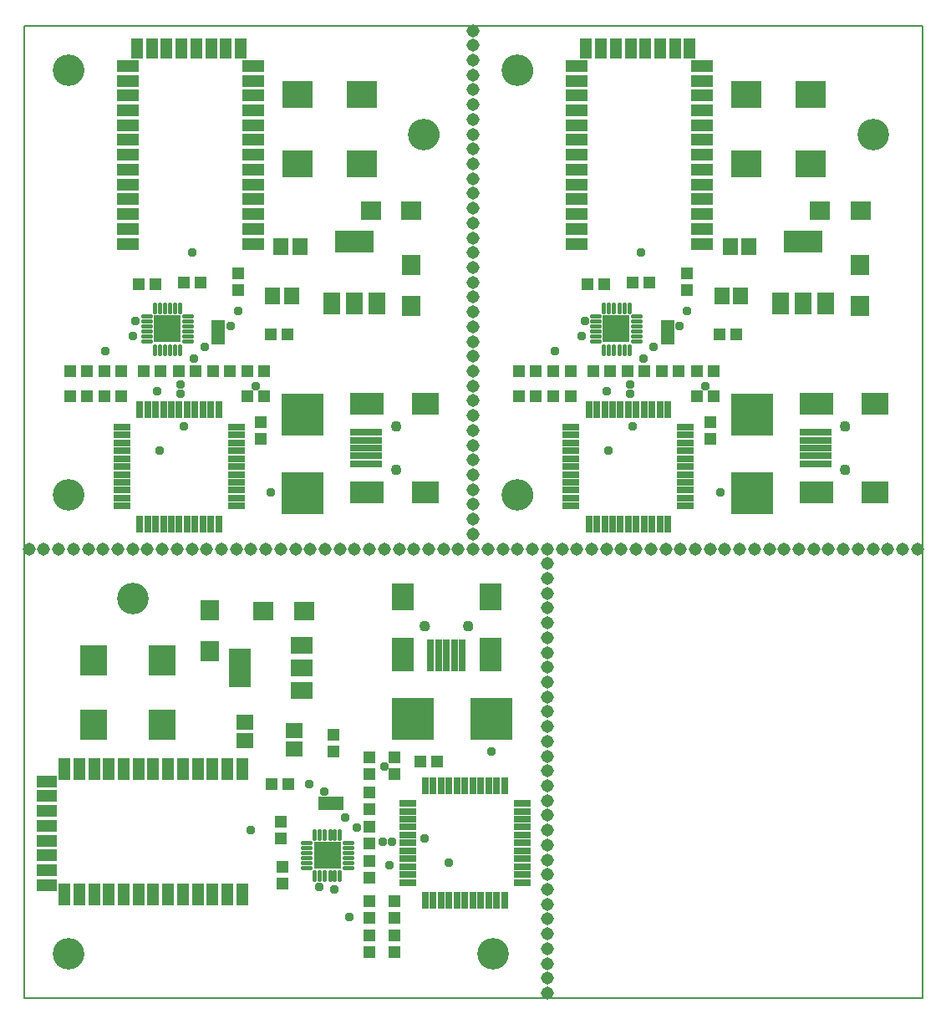
<source format=gts>
G75*
%MOIN*%
%OFA0B0*%
%FSLAX25Y25*%
%IPPOS*%
%LPD*%
%AMOC8*
5,1,8,0,0,1.08239X$1,22.5*
%
%ADD10C,0.00600*%
%ADD11R,0.05131X0.04737*%
%ADD12R,0.12217X0.10643*%
%ADD13R,0.04737X0.05131*%
%ADD14R,0.07493X0.07887*%
%ADD15R,0.07887X0.07493*%
%ADD16R,0.06706X0.08674*%
%ADD17R,0.15761X0.08674*%
%ADD18R,0.16942X0.16942*%
%ADD19R,0.05918X0.07099*%
%ADD20R,0.05800X0.03300*%
%ADD21R,0.06706X0.02769*%
%ADD22R,0.02769X0.06706*%
%ADD23C,0.01800*%
%ADD24R,0.11100X0.11100*%
%ADD25R,0.08674X0.04737*%
%ADD26R,0.04737X0.07887*%
%ADD27R,0.10643X0.08674*%
%ADD28R,0.13792X0.08674*%
%ADD29R,0.13005X0.02769*%
%ADD30C,0.00000*%
%ADD31C,0.04343*%
%ADD32C,0.12611*%
%ADD33R,0.10643X0.12217*%
%ADD34R,0.08674X0.06706*%
%ADD35R,0.08674X0.15761*%
%ADD36R,0.07099X0.05918*%
%ADD37R,0.03300X0.05800*%
%ADD38R,0.04737X0.08674*%
%ADD39R,0.07887X0.04737*%
%ADD40R,0.08674X0.10643*%
%ADD41R,0.08674X0.13792*%
%ADD42R,0.02769X0.13005*%
%ADD43C,0.03778*%
%ADD44C,0.05156*%
D10*
X0003739Y0003739D02*
X0003739Y0391534D01*
X0362007Y0391534D01*
X0362007Y0003739D01*
X0003739Y0003739D01*
D11*
X0102558Y0089015D03*
X0109251Y0089015D03*
X0161810Y0098227D03*
X0168503Y0098227D03*
X0201180Y0243896D03*
X0207873Y0243896D03*
X0214959Y0243896D03*
X0221652Y0243896D03*
X0221652Y0253739D03*
X0214959Y0253739D03*
X0207873Y0253739D03*
X0201180Y0253739D03*
X0230707Y0253739D03*
X0237400Y0253739D03*
X0244487Y0253739D03*
X0251180Y0253739D03*
X0258267Y0253739D03*
X0264959Y0253739D03*
X0272046Y0253739D03*
X0278739Y0253739D03*
X0278739Y0243896D03*
X0272046Y0243896D03*
X0281219Y0268267D03*
X0287912Y0268267D03*
X0253148Y0289172D03*
X0246456Y0289172D03*
X0235156Y0288542D03*
X0228463Y0288542D03*
X0108778Y0268267D03*
X0102085Y0268267D03*
X0099605Y0253739D03*
X0092912Y0253739D03*
X0085826Y0253739D03*
X0079133Y0253739D03*
X0072046Y0253739D03*
X0065353Y0253739D03*
X0058267Y0253739D03*
X0051574Y0253739D03*
X0042519Y0253739D03*
X0035826Y0253739D03*
X0028739Y0253739D03*
X0022046Y0253739D03*
X0022046Y0243896D03*
X0028739Y0243896D03*
X0035826Y0243896D03*
X0042519Y0243896D03*
X0049330Y0288542D03*
X0056022Y0288542D03*
X0067322Y0289172D03*
X0074015Y0289172D03*
X0092912Y0243896D03*
X0099605Y0243896D03*
D12*
X0112715Y0336337D03*
X0138306Y0336337D03*
X0138385Y0363936D03*
X0112794Y0363936D03*
X0291928Y0363936D03*
X0317519Y0363936D03*
X0317440Y0336337D03*
X0291849Y0336337D03*
D13*
X0268148Y0292715D03*
X0268148Y0286022D03*
X0277361Y0233463D03*
X0277361Y0226770D03*
X0151377Y0099605D03*
X0151377Y0092912D03*
X0141534Y0092912D03*
X0141534Y0099605D03*
X0141534Y0085826D03*
X0141534Y0079133D03*
X0141534Y0072046D03*
X0141534Y0065353D03*
X0141534Y0058267D03*
X0141534Y0051574D03*
X0141534Y0042519D03*
X0141534Y0035826D03*
X0141534Y0028739D03*
X0141534Y0022046D03*
X0151377Y0022046D03*
X0151377Y0028739D03*
X0151377Y0035826D03*
X0151377Y0042519D03*
X0106731Y0049330D03*
X0106731Y0056022D03*
X0106101Y0067322D03*
X0106101Y0074015D03*
X0127007Y0102085D03*
X0127007Y0108778D03*
X0098227Y0226770D03*
X0098227Y0233463D03*
X0089015Y0286022D03*
X0089015Y0292715D03*
D14*
X0158148Y0295983D03*
X0158148Y0279841D03*
X0077676Y0158267D03*
X0077676Y0142125D03*
X0337282Y0279841D03*
X0337282Y0295983D03*
D15*
X0337400Y0317597D03*
X0321259Y0317597D03*
X0158267Y0317597D03*
X0142125Y0317597D03*
X0115432Y0158148D03*
X0099290Y0158148D03*
D16*
X0126337Y0280668D03*
X0135393Y0280668D03*
X0144448Y0280668D03*
X0305471Y0280668D03*
X0314526Y0280668D03*
X0323582Y0280668D03*
D17*
X0314526Y0305471D03*
X0135393Y0305471D03*
D18*
X0114959Y0236534D03*
X0114959Y0205038D03*
X0158739Y0114959D03*
X0190235Y0114959D03*
X0294093Y0205038D03*
X0294093Y0236534D03*
D19*
X0289526Y0283700D03*
X0282046Y0283700D03*
X0285393Y0303385D03*
X0292873Y0303385D03*
X0113739Y0303385D03*
X0106259Y0303385D03*
X0102912Y0283700D03*
X0110393Y0283700D03*
D20*
X0081259Y0272333D03*
X0081259Y0269133D03*
X0081259Y0265933D03*
X0260393Y0265933D03*
X0260393Y0269133D03*
X0260393Y0272333D03*
D21*
X0267597Y0231456D03*
X0267597Y0228306D03*
X0267597Y0225156D03*
X0267597Y0222007D03*
X0267597Y0218857D03*
X0267597Y0215707D03*
X0267597Y0212558D03*
X0267597Y0209408D03*
X0267597Y0206259D03*
X0267597Y0203109D03*
X0267597Y0199959D03*
X0221928Y0199959D03*
X0221928Y0203109D03*
X0221928Y0206259D03*
X0221928Y0209408D03*
X0221928Y0212558D03*
X0221928Y0215707D03*
X0221928Y0218857D03*
X0221928Y0222007D03*
X0221928Y0225156D03*
X0221928Y0228306D03*
X0221928Y0231456D03*
X0088463Y0231456D03*
X0088463Y0228306D03*
X0088463Y0225156D03*
X0088463Y0222007D03*
X0088463Y0218857D03*
X0088463Y0215707D03*
X0088463Y0212558D03*
X0088463Y0209408D03*
X0088463Y0206259D03*
X0088463Y0203109D03*
X0088463Y0199959D03*
X0042794Y0199959D03*
X0042794Y0203109D03*
X0042794Y0206259D03*
X0042794Y0209408D03*
X0042794Y0212558D03*
X0042794Y0215707D03*
X0042794Y0218857D03*
X0042794Y0222007D03*
X0042794Y0225156D03*
X0042794Y0228306D03*
X0042794Y0231456D03*
X0156731Y0081377D03*
X0156731Y0078227D03*
X0156731Y0075078D03*
X0156731Y0071928D03*
X0156731Y0068778D03*
X0156731Y0065629D03*
X0156731Y0062479D03*
X0156731Y0059330D03*
X0156731Y0056180D03*
X0156731Y0053030D03*
X0156731Y0049881D03*
X0202400Y0049881D03*
X0202400Y0053030D03*
X0202400Y0056180D03*
X0202400Y0059330D03*
X0202400Y0062479D03*
X0202400Y0065629D03*
X0202400Y0068778D03*
X0202400Y0071928D03*
X0202400Y0075078D03*
X0202400Y0078227D03*
X0202400Y0081377D03*
D22*
X0195314Y0088463D03*
X0192164Y0088463D03*
X0189015Y0088463D03*
X0185865Y0088463D03*
X0182715Y0088463D03*
X0179566Y0088463D03*
X0176416Y0088463D03*
X0173267Y0088463D03*
X0170117Y0088463D03*
X0166967Y0088463D03*
X0163818Y0088463D03*
X0163818Y0042794D03*
X0166967Y0042794D03*
X0170117Y0042794D03*
X0173267Y0042794D03*
X0176416Y0042794D03*
X0179566Y0042794D03*
X0182715Y0042794D03*
X0185865Y0042794D03*
X0189015Y0042794D03*
X0192164Y0042794D03*
X0195314Y0042794D03*
X0229015Y0192873D03*
X0232164Y0192873D03*
X0235314Y0192873D03*
X0238463Y0192873D03*
X0241613Y0192873D03*
X0244763Y0192873D03*
X0247912Y0192873D03*
X0251062Y0192873D03*
X0254211Y0192873D03*
X0257361Y0192873D03*
X0260511Y0192873D03*
X0260511Y0238542D03*
X0257361Y0238542D03*
X0254211Y0238542D03*
X0251062Y0238542D03*
X0247912Y0238542D03*
X0244763Y0238542D03*
X0241613Y0238542D03*
X0238463Y0238542D03*
X0235314Y0238542D03*
X0232164Y0238542D03*
X0229015Y0238542D03*
X0081377Y0238542D03*
X0078227Y0238542D03*
X0075078Y0238542D03*
X0071928Y0238542D03*
X0068778Y0238542D03*
X0065629Y0238542D03*
X0062479Y0238542D03*
X0059330Y0238542D03*
X0056180Y0238542D03*
X0053030Y0238542D03*
X0049881Y0238542D03*
X0049881Y0192873D03*
X0053030Y0192873D03*
X0056180Y0192873D03*
X0059330Y0192873D03*
X0062479Y0192873D03*
X0065629Y0192873D03*
X0068778Y0192873D03*
X0071928Y0192873D03*
X0075078Y0192873D03*
X0078227Y0192873D03*
X0081377Y0192873D03*
D23*
X0065852Y0260894D02*
X0065852Y0263894D01*
X0063865Y0263894D02*
X0063865Y0260894D01*
X0061879Y0260894D02*
X0061879Y0263894D01*
X0059772Y0263894D02*
X0059772Y0260894D01*
X0057796Y0260894D02*
X0057796Y0263894D01*
X0055799Y0263894D02*
X0055799Y0260894D01*
X0054152Y0265642D02*
X0051152Y0265642D01*
X0051152Y0267638D02*
X0054152Y0267638D01*
X0054152Y0269615D02*
X0051152Y0269615D01*
X0051152Y0271721D02*
X0054152Y0271721D01*
X0054152Y0273708D02*
X0051152Y0273708D01*
X0051152Y0275695D02*
X0054152Y0275695D01*
X0055799Y0277442D02*
X0055799Y0280442D01*
X0057796Y0280442D02*
X0057796Y0277442D01*
X0059772Y0277442D02*
X0059772Y0280442D01*
X0061879Y0280442D02*
X0061879Y0277442D01*
X0063865Y0277442D02*
X0063865Y0280442D01*
X0065852Y0280442D02*
X0065852Y0277442D01*
X0067500Y0275695D02*
X0070500Y0275695D01*
X0070500Y0273708D02*
X0067500Y0273708D01*
X0067500Y0271721D02*
X0070500Y0271721D01*
X0070500Y0269615D02*
X0067500Y0269615D01*
X0067500Y0267638D02*
X0070500Y0267638D01*
X0070500Y0265642D02*
X0067500Y0265642D01*
X0230285Y0265642D02*
X0233285Y0265642D01*
X0233285Y0267638D02*
X0230285Y0267638D01*
X0230285Y0269615D02*
X0233285Y0269615D01*
X0233285Y0271721D02*
X0230285Y0271721D01*
X0230285Y0273708D02*
X0233285Y0273708D01*
X0233285Y0275695D02*
X0230285Y0275695D01*
X0234933Y0277442D02*
X0234933Y0280442D01*
X0236930Y0280442D02*
X0236930Y0277442D01*
X0238906Y0277442D02*
X0238906Y0280442D01*
X0241013Y0280442D02*
X0241013Y0277442D01*
X0242999Y0277442D02*
X0242999Y0280442D01*
X0244986Y0280442D02*
X0244986Y0277442D01*
X0246633Y0275695D02*
X0249633Y0275695D01*
X0249633Y0273708D02*
X0246633Y0273708D01*
X0246633Y0271721D02*
X0249633Y0271721D01*
X0249633Y0269615D02*
X0246633Y0269615D01*
X0246633Y0267638D02*
X0249633Y0267638D01*
X0249633Y0265642D02*
X0246633Y0265642D01*
X0244986Y0263894D02*
X0244986Y0260894D01*
X0242999Y0260894D02*
X0242999Y0263894D01*
X0241013Y0263894D02*
X0241013Y0260894D01*
X0238906Y0260894D02*
X0238906Y0263894D01*
X0236930Y0263894D02*
X0236930Y0260894D01*
X0234933Y0260894D02*
X0234933Y0263894D01*
X0129632Y0070500D02*
X0129632Y0067500D01*
X0127635Y0067500D02*
X0127635Y0070500D01*
X0125658Y0070500D02*
X0125658Y0067500D01*
X0123552Y0067500D02*
X0123552Y0070500D01*
X0121565Y0070500D02*
X0121565Y0067500D01*
X0119579Y0067500D02*
X0119579Y0070500D01*
X0117831Y0065852D02*
X0114831Y0065852D01*
X0114831Y0063865D02*
X0117831Y0063865D01*
X0117831Y0061879D02*
X0114831Y0061879D01*
X0114831Y0059772D02*
X0117831Y0059772D01*
X0117831Y0057796D02*
X0114831Y0057796D01*
X0114831Y0055799D02*
X0117831Y0055799D01*
X0119579Y0054152D02*
X0119579Y0051152D01*
X0121565Y0051152D02*
X0121565Y0054152D01*
X0123552Y0054152D02*
X0123552Y0051152D01*
X0125658Y0051152D02*
X0125658Y0054152D01*
X0127635Y0054152D02*
X0127635Y0051152D01*
X0129632Y0051152D02*
X0129632Y0054152D01*
X0131379Y0055799D02*
X0134379Y0055799D01*
X0134379Y0057796D02*
X0131379Y0057796D01*
X0131379Y0059772D02*
X0134379Y0059772D01*
X0134379Y0061879D02*
X0131379Y0061879D01*
X0131379Y0063865D02*
X0134379Y0063865D01*
X0134379Y0065852D02*
X0131379Y0065852D01*
D24*
X0124645Y0060786D03*
X0060786Y0270629D03*
X0239920Y0270629D03*
D25*
X0224211Y0304566D03*
X0224211Y0310471D03*
X0224211Y0316377D03*
X0224211Y0322282D03*
X0224211Y0328188D03*
X0224211Y0334093D03*
X0224211Y0339999D03*
X0224211Y0345904D03*
X0224211Y0351810D03*
X0224211Y0357715D03*
X0224211Y0363621D03*
X0224211Y0369526D03*
X0224211Y0375432D03*
X0274211Y0375432D03*
X0274211Y0369526D03*
X0274211Y0363621D03*
X0274211Y0357715D03*
X0274211Y0351810D03*
X0274211Y0345904D03*
X0274211Y0339999D03*
X0274211Y0334093D03*
X0274211Y0328188D03*
X0274211Y0322282D03*
X0274211Y0316377D03*
X0274211Y0310471D03*
X0274211Y0304566D03*
X0095078Y0304566D03*
X0095078Y0310471D03*
X0095078Y0316377D03*
X0095078Y0322282D03*
X0095078Y0328188D03*
X0095078Y0334093D03*
X0095078Y0339999D03*
X0095078Y0345904D03*
X0095078Y0351810D03*
X0095078Y0357715D03*
X0095078Y0363621D03*
X0095078Y0369526D03*
X0095078Y0375432D03*
X0045078Y0375432D03*
X0045078Y0369526D03*
X0045078Y0363621D03*
X0045078Y0357715D03*
X0045078Y0351810D03*
X0045078Y0345904D03*
X0045078Y0339999D03*
X0045078Y0334093D03*
X0045078Y0328188D03*
X0045078Y0322282D03*
X0045078Y0316377D03*
X0045078Y0310471D03*
X0045078Y0304566D03*
D26*
X0048818Y0382322D03*
X0054723Y0382322D03*
X0060629Y0382322D03*
X0066534Y0382322D03*
X0072440Y0382322D03*
X0078345Y0382322D03*
X0084251Y0382322D03*
X0090156Y0382322D03*
X0227952Y0382322D03*
X0233857Y0382322D03*
X0239763Y0382322D03*
X0245668Y0382322D03*
X0251574Y0382322D03*
X0257479Y0382322D03*
X0263385Y0382322D03*
X0269290Y0382322D03*
D27*
X0342991Y0240589D03*
X0342991Y0205550D03*
X0163857Y0205550D03*
X0163857Y0240589D03*
D28*
X0140629Y0240589D03*
X0140629Y0205550D03*
X0319763Y0205550D03*
X0319763Y0240589D03*
D29*
X0319369Y0229369D03*
X0319369Y0226219D03*
X0319369Y0223070D03*
X0319369Y0219920D03*
X0319369Y0216770D03*
X0140235Y0216770D03*
X0140235Y0219920D03*
X0140235Y0223070D03*
X0140235Y0226219D03*
X0140235Y0229369D03*
D30*
X0150274Y0231731D02*
X0150276Y0231815D01*
X0150282Y0231898D01*
X0150292Y0231981D01*
X0150306Y0232064D01*
X0150323Y0232146D01*
X0150345Y0232227D01*
X0150370Y0232306D01*
X0150399Y0232385D01*
X0150432Y0232462D01*
X0150468Y0232537D01*
X0150508Y0232611D01*
X0150551Y0232683D01*
X0150598Y0232752D01*
X0150648Y0232819D01*
X0150701Y0232884D01*
X0150757Y0232946D01*
X0150815Y0233006D01*
X0150877Y0233063D01*
X0150941Y0233116D01*
X0151008Y0233167D01*
X0151077Y0233214D01*
X0151148Y0233259D01*
X0151221Y0233299D01*
X0151296Y0233336D01*
X0151373Y0233370D01*
X0151451Y0233400D01*
X0151530Y0233426D01*
X0151611Y0233449D01*
X0151693Y0233467D01*
X0151775Y0233482D01*
X0151858Y0233493D01*
X0151941Y0233500D01*
X0152025Y0233503D01*
X0152109Y0233502D01*
X0152192Y0233497D01*
X0152276Y0233488D01*
X0152358Y0233475D01*
X0152440Y0233459D01*
X0152521Y0233438D01*
X0152602Y0233414D01*
X0152680Y0233386D01*
X0152758Y0233354D01*
X0152834Y0233318D01*
X0152908Y0233279D01*
X0152980Y0233237D01*
X0153050Y0233191D01*
X0153118Y0233142D01*
X0153183Y0233090D01*
X0153246Y0233035D01*
X0153306Y0232977D01*
X0153364Y0232916D01*
X0153418Y0232852D01*
X0153470Y0232786D01*
X0153518Y0232718D01*
X0153563Y0232647D01*
X0153604Y0232574D01*
X0153643Y0232500D01*
X0153677Y0232424D01*
X0153708Y0232346D01*
X0153735Y0232267D01*
X0153759Y0232186D01*
X0153778Y0232105D01*
X0153794Y0232023D01*
X0153806Y0231940D01*
X0153814Y0231856D01*
X0153818Y0231773D01*
X0153818Y0231689D01*
X0153814Y0231606D01*
X0153806Y0231522D01*
X0153794Y0231439D01*
X0153778Y0231357D01*
X0153759Y0231276D01*
X0153735Y0231195D01*
X0153708Y0231116D01*
X0153677Y0231038D01*
X0153643Y0230962D01*
X0153604Y0230888D01*
X0153563Y0230815D01*
X0153518Y0230744D01*
X0153470Y0230676D01*
X0153418Y0230610D01*
X0153364Y0230546D01*
X0153306Y0230485D01*
X0153246Y0230427D01*
X0153183Y0230372D01*
X0153118Y0230320D01*
X0153050Y0230271D01*
X0152980Y0230225D01*
X0152908Y0230183D01*
X0152834Y0230144D01*
X0152758Y0230108D01*
X0152680Y0230076D01*
X0152602Y0230048D01*
X0152521Y0230024D01*
X0152440Y0230003D01*
X0152358Y0229987D01*
X0152276Y0229974D01*
X0152192Y0229965D01*
X0152109Y0229960D01*
X0152025Y0229959D01*
X0151941Y0229962D01*
X0151858Y0229969D01*
X0151775Y0229980D01*
X0151693Y0229995D01*
X0151611Y0230013D01*
X0151530Y0230036D01*
X0151451Y0230062D01*
X0151373Y0230092D01*
X0151296Y0230126D01*
X0151221Y0230163D01*
X0151148Y0230203D01*
X0151077Y0230248D01*
X0151008Y0230295D01*
X0150941Y0230346D01*
X0150877Y0230399D01*
X0150815Y0230456D01*
X0150757Y0230516D01*
X0150701Y0230578D01*
X0150648Y0230643D01*
X0150598Y0230710D01*
X0150551Y0230779D01*
X0150508Y0230851D01*
X0150468Y0230925D01*
X0150432Y0231000D01*
X0150399Y0231077D01*
X0150370Y0231156D01*
X0150345Y0231235D01*
X0150323Y0231316D01*
X0150306Y0231398D01*
X0150292Y0231481D01*
X0150282Y0231564D01*
X0150276Y0231647D01*
X0150274Y0231731D01*
X0150274Y0214408D02*
X0150276Y0214492D01*
X0150282Y0214575D01*
X0150292Y0214658D01*
X0150306Y0214741D01*
X0150323Y0214823D01*
X0150345Y0214904D01*
X0150370Y0214983D01*
X0150399Y0215062D01*
X0150432Y0215139D01*
X0150468Y0215214D01*
X0150508Y0215288D01*
X0150551Y0215360D01*
X0150598Y0215429D01*
X0150648Y0215496D01*
X0150701Y0215561D01*
X0150757Y0215623D01*
X0150815Y0215683D01*
X0150877Y0215740D01*
X0150941Y0215793D01*
X0151008Y0215844D01*
X0151077Y0215891D01*
X0151148Y0215936D01*
X0151221Y0215976D01*
X0151296Y0216013D01*
X0151373Y0216047D01*
X0151451Y0216077D01*
X0151530Y0216103D01*
X0151611Y0216126D01*
X0151693Y0216144D01*
X0151775Y0216159D01*
X0151858Y0216170D01*
X0151941Y0216177D01*
X0152025Y0216180D01*
X0152109Y0216179D01*
X0152192Y0216174D01*
X0152276Y0216165D01*
X0152358Y0216152D01*
X0152440Y0216136D01*
X0152521Y0216115D01*
X0152602Y0216091D01*
X0152680Y0216063D01*
X0152758Y0216031D01*
X0152834Y0215995D01*
X0152908Y0215956D01*
X0152980Y0215914D01*
X0153050Y0215868D01*
X0153118Y0215819D01*
X0153183Y0215767D01*
X0153246Y0215712D01*
X0153306Y0215654D01*
X0153364Y0215593D01*
X0153418Y0215529D01*
X0153470Y0215463D01*
X0153518Y0215395D01*
X0153563Y0215324D01*
X0153604Y0215251D01*
X0153643Y0215177D01*
X0153677Y0215101D01*
X0153708Y0215023D01*
X0153735Y0214944D01*
X0153759Y0214863D01*
X0153778Y0214782D01*
X0153794Y0214700D01*
X0153806Y0214617D01*
X0153814Y0214533D01*
X0153818Y0214450D01*
X0153818Y0214366D01*
X0153814Y0214283D01*
X0153806Y0214199D01*
X0153794Y0214116D01*
X0153778Y0214034D01*
X0153759Y0213953D01*
X0153735Y0213872D01*
X0153708Y0213793D01*
X0153677Y0213715D01*
X0153643Y0213639D01*
X0153604Y0213565D01*
X0153563Y0213492D01*
X0153518Y0213421D01*
X0153470Y0213353D01*
X0153418Y0213287D01*
X0153364Y0213223D01*
X0153306Y0213162D01*
X0153246Y0213104D01*
X0153183Y0213049D01*
X0153118Y0212997D01*
X0153050Y0212948D01*
X0152980Y0212902D01*
X0152908Y0212860D01*
X0152834Y0212821D01*
X0152758Y0212785D01*
X0152680Y0212753D01*
X0152602Y0212725D01*
X0152521Y0212701D01*
X0152440Y0212680D01*
X0152358Y0212664D01*
X0152276Y0212651D01*
X0152192Y0212642D01*
X0152109Y0212637D01*
X0152025Y0212636D01*
X0151941Y0212639D01*
X0151858Y0212646D01*
X0151775Y0212657D01*
X0151693Y0212672D01*
X0151611Y0212690D01*
X0151530Y0212713D01*
X0151451Y0212739D01*
X0151373Y0212769D01*
X0151296Y0212803D01*
X0151221Y0212840D01*
X0151148Y0212880D01*
X0151077Y0212925D01*
X0151008Y0212972D01*
X0150941Y0213023D01*
X0150877Y0213076D01*
X0150815Y0213133D01*
X0150757Y0213193D01*
X0150701Y0213255D01*
X0150648Y0213320D01*
X0150598Y0213387D01*
X0150551Y0213456D01*
X0150508Y0213528D01*
X0150468Y0213602D01*
X0150432Y0213677D01*
X0150399Y0213754D01*
X0150370Y0213833D01*
X0150345Y0213912D01*
X0150323Y0213993D01*
X0150306Y0214075D01*
X0150292Y0214158D01*
X0150282Y0214241D01*
X0150276Y0214324D01*
X0150274Y0214408D01*
X0194683Y0204526D02*
X0194685Y0204679D01*
X0194691Y0204833D01*
X0194701Y0204986D01*
X0194715Y0205138D01*
X0194733Y0205291D01*
X0194755Y0205442D01*
X0194780Y0205593D01*
X0194810Y0205744D01*
X0194844Y0205894D01*
X0194881Y0206042D01*
X0194922Y0206190D01*
X0194967Y0206336D01*
X0195016Y0206482D01*
X0195069Y0206626D01*
X0195125Y0206768D01*
X0195185Y0206909D01*
X0195249Y0207049D01*
X0195316Y0207187D01*
X0195387Y0207323D01*
X0195462Y0207457D01*
X0195539Y0207589D01*
X0195621Y0207719D01*
X0195705Y0207847D01*
X0195793Y0207973D01*
X0195884Y0208096D01*
X0195978Y0208217D01*
X0196076Y0208335D01*
X0196176Y0208451D01*
X0196280Y0208564D01*
X0196386Y0208675D01*
X0196495Y0208783D01*
X0196607Y0208888D01*
X0196721Y0208989D01*
X0196839Y0209088D01*
X0196958Y0209184D01*
X0197080Y0209277D01*
X0197205Y0209366D01*
X0197332Y0209453D01*
X0197461Y0209535D01*
X0197592Y0209615D01*
X0197725Y0209691D01*
X0197860Y0209764D01*
X0197997Y0209833D01*
X0198136Y0209898D01*
X0198276Y0209960D01*
X0198418Y0210018D01*
X0198561Y0210073D01*
X0198706Y0210124D01*
X0198852Y0210171D01*
X0198999Y0210214D01*
X0199147Y0210253D01*
X0199296Y0210289D01*
X0199446Y0210320D01*
X0199597Y0210348D01*
X0199748Y0210372D01*
X0199901Y0210392D01*
X0200053Y0210408D01*
X0200206Y0210420D01*
X0200359Y0210428D01*
X0200512Y0210432D01*
X0200666Y0210432D01*
X0200819Y0210428D01*
X0200972Y0210420D01*
X0201125Y0210408D01*
X0201277Y0210392D01*
X0201430Y0210372D01*
X0201581Y0210348D01*
X0201732Y0210320D01*
X0201882Y0210289D01*
X0202031Y0210253D01*
X0202179Y0210214D01*
X0202326Y0210171D01*
X0202472Y0210124D01*
X0202617Y0210073D01*
X0202760Y0210018D01*
X0202902Y0209960D01*
X0203042Y0209898D01*
X0203181Y0209833D01*
X0203318Y0209764D01*
X0203453Y0209691D01*
X0203586Y0209615D01*
X0203717Y0209535D01*
X0203846Y0209453D01*
X0203973Y0209366D01*
X0204098Y0209277D01*
X0204220Y0209184D01*
X0204339Y0209088D01*
X0204457Y0208989D01*
X0204571Y0208888D01*
X0204683Y0208783D01*
X0204792Y0208675D01*
X0204898Y0208564D01*
X0205002Y0208451D01*
X0205102Y0208335D01*
X0205200Y0208217D01*
X0205294Y0208096D01*
X0205385Y0207973D01*
X0205473Y0207847D01*
X0205557Y0207719D01*
X0205639Y0207589D01*
X0205716Y0207457D01*
X0205791Y0207323D01*
X0205862Y0207187D01*
X0205929Y0207049D01*
X0205993Y0206909D01*
X0206053Y0206768D01*
X0206109Y0206626D01*
X0206162Y0206482D01*
X0206211Y0206336D01*
X0206256Y0206190D01*
X0206297Y0206042D01*
X0206334Y0205894D01*
X0206368Y0205744D01*
X0206398Y0205593D01*
X0206423Y0205442D01*
X0206445Y0205291D01*
X0206463Y0205138D01*
X0206477Y0204986D01*
X0206487Y0204833D01*
X0206493Y0204679D01*
X0206495Y0204526D01*
X0206493Y0204373D01*
X0206487Y0204219D01*
X0206477Y0204066D01*
X0206463Y0203914D01*
X0206445Y0203761D01*
X0206423Y0203610D01*
X0206398Y0203459D01*
X0206368Y0203308D01*
X0206334Y0203158D01*
X0206297Y0203010D01*
X0206256Y0202862D01*
X0206211Y0202716D01*
X0206162Y0202570D01*
X0206109Y0202426D01*
X0206053Y0202284D01*
X0205993Y0202143D01*
X0205929Y0202003D01*
X0205862Y0201865D01*
X0205791Y0201729D01*
X0205716Y0201595D01*
X0205639Y0201463D01*
X0205557Y0201333D01*
X0205473Y0201205D01*
X0205385Y0201079D01*
X0205294Y0200956D01*
X0205200Y0200835D01*
X0205102Y0200717D01*
X0205002Y0200601D01*
X0204898Y0200488D01*
X0204792Y0200377D01*
X0204683Y0200269D01*
X0204571Y0200164D01*
X0204457Y0200063D01*
X0204339Y0199964D01*
X0204220Y0199868D01*
X0204098Y0199775D01*
X0203973Y0199686D01*
X0203846Y0199599D01*
X0203717Y0199517D01*
X0203586Y0199437D01*
X0203453Y0199361D01*
X0203318Y0199288D01*
X0203181Y0199219D01*
X0203042Y0199154D01*
X0202902Y0199092D01*
X0202760Y0199034D01*
X0202617Y0198979D01*
X0202472Y0198928D01*
X0202326Y0198881D01*
X0202179Y0198838D01*
X0202031Y0198799D01*
X0201882Y0198763D01*
X0201732Y0198732D01*
X0201581Y0198704D01*
X0201430Y0198680D01*
X0201277Y0198660D01*
X0201125Y0198644D01*
X0200972Y0198632D01*
X0200819Y0198624D01*
X0200666Y0198620D01*
X0200512Y0198620D01*
X0200359Y0198624D01*
X0200206Y0198632D01*
X0200053Y0198644D01*
X0199901Y0198660D01*
X0199748Y0198680D01*
X0199597Y0198704D01*
X0199446Y0198732D01*
X0199296Y0198763D01*
X0199147Y0198799D01*
X0198999Y0198838D01*
X0198852Y0198881D01*
X0198706Y0198928D01*
X0198561Y0198979D01*
X0198418Y0199034D01*
X0198276Y0199092D01*
X0198136Y0199154D01*
X0197997Y0199219D01*
X0197860Y0199288D01*
X0197725Y0199361D01*
X0197592Y0199437D01*
X0197461Y0199517D01*
X0197332Y0199599D01*
X0197205Y0199686D01*
X0197080Y0199775D01*
X0196958Y0199868D01*
X0196839Y0199964D01*
X0196721Y0200063D01*
X0196607Y0200164D01*
X0196495Y0200269D01*
X0196386Y0200377D01*
X0196280Y0200488D01*
X0196176Y0200601D01*
X0196076Y0200717D01*
X0195978Y0200835D01*
X0195884Y0200956D01*
X0195793Y0201079D01*
X0195705Y0201205D01*
X0195621Y0201333D01*
X0195539Y0201463D01*
X0195462Y0201595D01*
X0195387Y0201729D01*
X0195316Y0201865D01*
X0195249Y0202003D01*
X0195185Y0202143D01*
X0195125Y0202284D01*
X0195069Y0202426D01*
X0195016Y0202570D01*
X0194967Y0202716D01*
X0194922Y0202862D01*
X0194881Y0203010D01*
X0194844Y0203158D01*
X0194810Y0203308D01*
X0194780Y0203459D01*
X0194755Y0203610D01*
X0194733Y0203761D01*
X0194715Y0203914D01*
X0194701Y0204066D01*
X0194691Y0204219D01*
X0194685Y0204373D01*
X0194683Y0204526D01*
X0179093Y0152046D02*
X0179095Y0152130D01*
X0179101Y0152213D01*
X0179111Y0152296D01*
X0179125Y0152379D01*
X0179142Y0152461D01*
X0179164Y0152542D01*
X0179189Y0152621D01*
X0179218Y0152700D01*
X0179251Y0152777D01*
X0179287Y0152852D01*
X0179327Y0152926D01*
X0179370Y0152998D01*
X0179417Y0153067D01*
X0179467Y0153134D01*
X0179520Y0153199D01*
X0179576Y0153261D01*
X0179634Y0153321D01*
X0179696Y0153378D01*
X0179760Y0153431D01*
X0179827Y0153482D01*
X0179896Y0153529D01*
X0179967Y0153574D01*
X0180040Y0153614D01*
X0180115Y0153651D01*
X0180192Y0153685D01*
X0180270Y0153715D01*
X0180349Y0153741D01*
X0180430Y0153764D01*
X0180512Y0153782D01*
X0180594Y0153797D01*
X0180677Y0153808D01*
X0180760Y0153815D01*
X0180844Y0153818D01*
X0180928Y0153817D01*
X0181011Y0153812D01*
X0181095Y0153803D01*
X0181177Y0153790D01*
X0181259Y0153774D01*
X0181340Y0153753D01*
X0181421Y0153729D01*
X0181499Y0153701D01*
X0181577Y0153669D01*
X0181653Y0153633D01*
X0181727Y0153594D01*
X0181799Y0153552D01*
X0181869Y0153506D01*
X0181937Y0153457D01*
X0182002Y0153405D01*
X0182065Y0153350D01*
X0182125Y0153292D01*
X0182183Y0153231D01*
X0182237Y0153167D01*
X0182289Y0153101D01*
X0182337Y0153033D01*
X0182382Y0152962D01*
X0182423Y0152889D01*
X0182462Y0152815D01*
X0182496Y0152739D01*
X0182527Y0152661D01*
X0182554Y0152582D01*
X0182578Y0152501D01*
X0182597Y0152420D01*
X0182613Y0152338D01*
X0182625Y0152255D01*
X0182633Y0152171D01*
X0182637Y0152088D01*
X0182637Y0152004D01*
X0182633Y0151921D01*
X0182625Y0151837D01*
X0182613Y0151754D01*
X0182597Y0151672D01*
X0182578Y0151591D01*
X0182554Y0151510D01*
X0182527Y0151431D01*
X0182496Y0151353D01*
X0182462Y0151277D01*
X0182423Y0151203D01*
X0182382Y0151130D01*
X0182337Y0151059D01*
X0182289Y0150991D01*
X0182237Y0150925D01*
X0182183Y0150861D01*
X0182125Y0150800D01*
X0182065Y0150742D01*
X0182002Y0150687D01*
X0181937Y0150635D01*
X0181869Y0150586D01*
X0181799Y0150540D01*
X0181727Y0150498D01*
X0181653Y0150459D01*
X0181577Y0150423D01*
X0181499Y0150391D01*
X0181421Y0150363D01*
X0181340Y0150339D01*
X0181259Y0150318D01*
X0181177Y0150302D01*
X0181095Y0150289D01*
X0181011Y0150280D01*
X0180928Y0150275D01*
X0180844Y0150274D01*
X0180760Y0150277D01*
X0180677Y0150284D01*
X0180594Y0150295D01*
X0180512Y0150310D01*
X0180430Y0150328D01*
X0180349Y0150351D01*
X0180270Y0150377D01*
X0180192Y0150407D01*
X0180115Y0150441D01*
X0180040Y0150478D01*
X0179967Y0150518D01*
X0179896Y0150563D01*
X0179827Y0150610D01*
X0179760Y0150661D01*
X0179696Y0150714D01*
X0179634Y0150771D01*
X0179576Y0150831D01*
X0179520Y0150893D01*
X0179467Y0150958D01*
X0179417Y0151025D01*
X0179370Y0151094D01*
X0179327Y0151166D01*
X0179287Y0151240D01*
X0179251Y0151315D01*
X0179218Y0151392D01*
X0179189Y0151471D01*
X0179164Y0151550D01*
X0179142Y0151631D01*
X0179125Y0151713D01*
X0179111Y0151796D01*
X0179101Y0151879D01*
X0179095Y0151962D01*
X0179093Y0152046D01*
X0161770Y0152046D02*
X0161772Y0152130D01*
X0161778Y0152213D01*
X0161788Y0152296D01*
X0161802Y0152379D01*
X0161819Y0152461D01*
X0161841Y0152542D01*
X0161866Y0152621D01*
X0161895Y0152700D01*
X0161928Y0152777D01*
X0161964Y0152852D01*
X0162004Y0152926D01*
X0162047Y0152998D01*
X0162094Y0153067D01*
X0162144Y0153134D01*
X0162197Y0153199D01*
X0162253Y0153261D01*
X0162311Y0153321D01*
X0162373Y0153378D01*
X0162437Y0153431D01*
X0162504Y0153482D01*
X0162573Y0153529D01*
X0162644Y0153574D01*
X0162717Y0153614D01*
X0162792Y0153651D01*
X0162869Y0153685D01*
X0162947Y0153715D01*
X0163026Y0153741D01*
X0163107Y0153764D01*
X0163189Y0153782D01*
X0163271Y0153797D01*
X0163354Y0153808D01*
X0163437Y0153815D01*
X0163521Y0153818D01*
X0163605Y0153817D01*
X0163688Y0153812D01*
X0163772Y0153803D01*
X0163854Y0153790D01*
X0163936Y0153774D01*
X0164017Y0153753D01*
X0164098Y0153729D01*
X0164176Y0153701D01*
X0164254Y0153669D01*
X0164330Y0153633D01*
X0164404Y0153594D01*
X0164476Y0153552D01*
X0164546Y0153506D01*
X0164614Y0153457D01*
X0164679Y0153405D01*
X0164742Y0153350D01*
X0164802Y0153292D01*
X0164860Y0153231D01*
X0164914Y0153167D01*
X0164966Y0153101D01*
X0165014Y0153033D01*
X0165059Y0152962D01*
X0165100Y0152889D01*
X0165139Y0152815D01*
X0165173Y0152739D01*
X0165204Y0152661D01*
X0165231Y0152582D01*
X0165255Y0152501D01*
X0165274Y0152420D01*
X0165290Y0152338D01*
X0165302Y0152255D01*
X0165310Y0152171D01*
X0165314Y0152088D01*
X0165314Y0152004D01*
X0165310Y0151921D01*
X0165302Y0151837D01*
X0165290Y0151754D01*
X0165274Y0151672D01*
X0165255Y0151591D01*
X0165231Y0151510D01*
X0165204Y0151431D01*
X0165173Y0151353D01*
X0165139Y0151277D01*
X0165100Y0151203D01*
X0165059Y0151130D01*
X0165014Y0151059D01*
X0164966Y0150991D01*
X0164914Y0150925D01*
X0164860Y0150861D01*
X0164802Y0150800D01*
X0164742Y0150742D01*
X0164679Y0150687D01*
X0164614Y0150635D01*
X0164546Y0150586D01*
X0164476Y0150540D01*
X0164404Y0150498D01*
X0164330Y0150459D01*
X0164254Y0150423D01*
X0164176Y0150391D01*
X0164098Y0150363D01*
X0164017Y0150339D01*
X0163936Y0150318D01*
X0163854Y0150302D01*
X0163772Y0150289D01*
X0163688Y0150280D01*
X0163605Y0150275D01*
X0163521Y0150274D01*
X0163437Y0150277D01*
X0163354Y0150284D01*
X0163271Y0150295D01*
X0163189Y0150310D01*
X0163107Y0150328D01*
X0163026Y0150351D01*
X0162947Y0150377D01*
X0162869Y0150407D01*
X0162792Y0150441D01*
X0162717Y0150478D01*
X0162644Y0150518D01*
X0162573Y0150563D01*
X0162504Y0150610D01*
X0162437Y0150661D01*
X0162373Y0150714D01*
X0162311Y0150771D01*
X0162253Y0150831D01*
X0162197Y0150893D01*
X0162144Y0150958D01*
X0162094Y0151025D01*
X0162047Y0151094D01*
X0162004Y0151166D01*
X0161964Y0151240D01*
X0161928Y0151315D01*
X0161895Y0151392D01*
X0161866Y0151471D01*
X0161841Y0151550D01*
X0161819Y0151631D01*
X0161802Y0151713D01*
X0161788Y0151796D01*
X0161778Y0151879D01*
X0161772Y0151962D01*
X0161770Y0152046D01*
X0041140Y0163188D02*
X0041142Y0163341D01*
X0041148Y0163495D01*
X0041158Y0163648D01*
X0041172Y0163800D01*
X0041190Y0163953D01*
X0041212Y0164104D01*
X0041237Y0164255D01*
X0041267Y0164406D01*
X0041301Y0164556D01*
X0041338Y0164704D01*
X0041379Y0164852D01*
X0041424Y0164998D01*
X0041473Y0165144D01*
X0041526Y0165288D01*
X0041582Y0165430D01*
X0041642Y0165571D01*
X0041706Y0165711D01*
X0041773Y0165849D01*
X0041844Y0165985D01*
X0041919Y0166119D01*
X0041996Y0166251D01*
X0042078Y0166381D01*
X0042162Y0166509D01*
X0042250Y0166635D01*
X0042341Y0166758D01*
X0042435Y0166879D01*
X0042533Y0166997D01*
X0042633Y0167113D01*
X0042737Y0167226D01*
X0042843Y0167337D01*
X0042952Y0167445D01*
X0043064Y0167550D01*
X0043178Y0167651D01*
X0043296Y0167750D01*
X0043415Y0167846D01*
X0043537Y0167939D01*
X0043662Y0168028D01*
X0043789Y0168115D01*
X0043918Y0168197D01*
X0044049Y0168277D01*
X0044182Y0168353D01*
X0044317Y0168426D01*
X0044454Y0168495D01*
X0044593Y0168560D01*
X0044733Y0168622D01*
X0044875Y0168680D01*
X0045018Y0168735D01*
X0045163Y0168786D01*
X0045309Y0168833D01*
X0045456Y0168876D01*
X0045604Y0168915D01*
X0045753Y0168951D01*
X0045903Y0168982D01*
X0046054Y0169010D01*
X0046205Y0169034D01*
X0046358Y0169054D01*
X0046510Y0169070D01*
X0046663Y0169082D01*
X0046816Y0169090D01*
X0046969Y0169094D01*
X0047123Y0169094D01*
X0047276Y0169090D01*
X0047429Y0169082D01*
X0047582Y0169070D01*
X0047734Y0169054D01*
X0047887Y0169034D01*
X0048038Y0169010D01*
X0048189Y0168982D01*
X0048339Y0168951D01*
X0048488Y0168915D01*
X0048636Y0168876D01*
X0048783Y0168833D01*
X0048929Y0168786D01*
X0049074Y0168735D01*
X0049217Y0168680D01*
X0049359Y0168622D01*
X0049499Y0168560D01*
X0049638Y0168495D01*
X0049775Y0168426D01*
X0049910Y0168353D01*
X0050043Y0168277D01*
X0050174Y0168197D01*
X0050303Y0168115D01*
X0050430Y0168028D01*
X0050555Y0167939D01*
X0050677Y0167846D01*
X0050796Y0167750D01*
X0050914Y0167651D01*
X0051028Y0167550D01*
X0051140Y0167445D01*
X0051249Y0167337D01*
X0051355Y0167226D01*
X0051459Y0167113D01*
X0051559Y0166997D01*
X0051657Y0166879D01*
X0051751Y0166758D01*
X0051842Y0166635D01*
X0051930Y0166509D01*
X0052014Y0166381D01*
X0052096Y0166251D01*
X0052173Y0166119D01*
X0052248Y0165985D01*
X0052319Y0165849D01*
X0052386Y0165711D01*
X0052450Y0165571D01*
X0052510Y0165430D01*
X0052566Y0165288D01*
X0052619Y0165144D01*
X0052668Y0164998D01*
X0052713Y0164852D01*
X0052754Y0164704D01*
X0052791Y0164556D01*
X0052825Y0164406D01*
X0052855Y0164255D01*
X0052880Y0164104D01*
X0052902Y0163953D01*
X0052920Y0163800D01*
X0052934Y0163648D01*
X0052944Y0163495D01*
X0052950Y0163341D01*
X0052952Y0163188D01*
X0052950Y0163035D01*
X0052944Y0162881D01*
X0052934Y0162728D01*
X0052920Y0162576D01*
X0052902Y0162423D01*
X0052880Y0162272D01*
X0052855Y0162121D01*
X0052825Y0161970D01*
X0052791Y0161820D01*
X0052754Y0161672D01*
X0052713Y0161524D01*
X0052668Y0161378D01*
X0052619Y0161232D01*
X0052566Y0161088D01*
X0052510Y0160946D01*
X0052450Y0160805D01*
X0052386Y0160665D01*
X0052319Y0160527D01*
X0052248Y0160391D01*
X0052173Y0160257D01*
X0052096Y0160125D01*
X0052014Y0159995D01*
X0051930Y0159867D01*
X0051842Y0159741D01*
X0051751Y0159618D01*
X0051657Y0159497D01*
X0051559Y0159379D01*
X0051459Y0159263D01*
X0051355Y0159150D01*
X0051249Y0159039D01*
X0051140Y0158931D01*
X0051028Y0158826D01*
X0050914Y0158725D01*
X0050796Y0158626D01*
X0050677Y0158530D01*
X0050555Y0158437D01*
X0050430Y0158348D01*
X0050303Y0158261D01*
X0050174Y0158179D01*
X0050043Y0158099D01*
X0049910Y0158023D01*
X0049775Y0157950D01*
X0049638Y0157881D01*
X0049499Y0157816D01*
X0049359Y0157754D01*
X0049217Y0157696D01*
X0049074Y0157641D01*
X0048929Y0157590D01*
X0048783Y0157543D01*
X0048636Y0157500D01*
X0048488Y0157461D01*
X0048339Y0157425D01*
X0048189Y0157394D01*
X0048038Y0157366D01*
X0047887Y0157342D01*
X0047734Y0157322D01*
X0047582Y0157306D01*
X0047429Y0157294D01*
X0047276Y0157286D01*
X0047123Y0157282D01*
X0046969Y0157282D01*
X0046816Y0157286D01*
X0046663Y0157294D01*
X0046510Y0157306D01*
X0046358Y0157322D01*
X0046205Y0157342D01*
X0046054Y0157366D01*
X0045903Y0157394D01*
X0045753Y0157425D01*
X0045604Y0157461D01*
X0045456Y0157500D01*
X0045309Y0157543D01*
X0045163Y0157590D01*
X0045018Y0157641D01*
X0044875Y0157696D01*
X0044733Y0157754D01*
X0044593Y0157816D01*
X0044454Y0157881D01*
X0044317Y0157950D01*
X0044182Y0158023D01*
X0044049Y0158099D01*
X0043918Y0158179D01*
X0043789Y0158261D01*
X0043662Y0158348D01*
X0043537Y0158437D01*
X0043415Y0158530D01*
X0043296Y0158626D01*
X0043178Y0158725D01*
X0043064Y0158826D01*
X0042952Y0158931D01*
X0042843Y0159039D01*
X0042737Y0159150D01*
X0042633Y0159263D01*
X0042533Y0159379D01*
X0042435Y0159497D01*
X0042341Y0159618D01*
X0042250Y0159741D01*
X0042162Y0159867D01*
X0042078Y0159995D01*
X0041996Y0160125D01*
X0041919Y0160257D01*
X0041844Y0160391D01*
X0041773Y0160527D01*
X0041706Y0160665D01*
X0041642Y0160805D01*
X0041582Y0160946D01*
X0041526Y0161088D01*
X0041473Y0161232D01*
X0041424Y0161378D01*
X0041379Y0161524D01*
X0041338Y0161672D01*
X0041301Y0161820D01*
X0041267Y0161970D01*
X0041237Y0162121D01*
X0041212Y0162272D01*
X0041190Y0162423D01*
X0041172Y0162576D01*
X0041158Y0162728D01*
X0041148Y0162881D01*
X0041142Y0163035D01*
X0041140Y0163188D01*
X0015550Y0204526D02*
X0015552Y0204679D01*
X0015558Y0204833D01*
X0015568Y0204986D01*
X0015582Y0205138D01*
X0015600Y0205291D01*
X0015622Y0205442D01*
X0015647Y0205593D01*
X0015677Y0205744D01*
X0015711Y0205894D01*
X0015748Y0206042D01*
X0015789Y0206190D01*
X0015834Y0206336D01*
X0015883Y0206482D01*
X0015936Y0206626D01*
X0015992Y0206768D01*
X0016052Y0206909D01*
X0016116Y0207049D01*
X0016183Y0207187D01*
X0016254Y0207323D01*
X0016329Y0207457D01*
X0016406Y0207589D01*
X0016488Y0207719D01*
X0016572Y0207847D01*
X0016660Y0207973D01*
X0016751Y0208096D01*
X0016845Y0208217D01*
X0016943Y0208335D01*
X0017043Y0208451D01*
X0017147Y0208564D01*
X0017253Y0208675D01*
X0017362Y0208783D01*
X0017474Y0208888D01*
X0017588Y0208989D01*
X0017706Y0209088D01*
X0017825Y0209184D01*
X0017947Y0209277D01*
X0018072Y0209366D01*
X0018199Y0209453D01*
X0018328Y0209535D01*
X0018459Y0209615D01*
X0018592Y0209691D01*
X0018727Y0209764D01*
X0018864Y0209833D01*
X0019003Y0209898D01*
X0019143Y0209960D01*
X0019285Y0210018D01*
X0019428Y0210073D01*
X0019573Y0210124D01*
X0019719Y0210171D01*
X0019866Y0210214D01*
X0020014Y0210253D01*
X0020163Y0210289D01*
X0020313Y0210320D01*
X0020464Y0210348D01*
X0020615Y0210372D01*
X0020768Y0210392D01*
X0020920Y0210408D01*
X0021073Y0210420D01*
X0021226Y0210428D01*
X0021379Y0210432D01*
X0021533Y0210432D01*
X0021686Y0210428D01*
X0021839Y0210420D01*
X0021992Y0210408D01*
X0022144Y0210392D01*
X0022297Y0210372D01*
X0022448Y0210348D01*
X0022599Y0210320D01*
X0022749Y0210289D01*
X0022898Y0210253D01*
X0023046Y0210214D01*
X0023193Y0210171D01*
X0023339Y0210124D01*
X0023484Y0210073D01*
X0023627Y0210018D01*
X0023769Y0209960D01*
X0023909Y0209898D01*
X0024048Y0209833D01*
X0024185Y0209764D01*
X0024320Y0209691D01*
X0024453Y0209615D01*
X0024584Y0209535D01*
X0024713Y0209453D01*
X0024840Y0209366D01*
X0024965Y0209277D01*
X0025087Y0209184D01*
X0025206Y0209088D01*
X0025324Y0208989D01*
X0025438Y0208888D01*
X0025550Y0208783D01*
X0025659Y0208675D01*
X0025765Y0208564D01*
X0025869Y0208451D01*
X0025969Y0208335D01*
X0026067Y0208217D01*
X0026161Y0208096D01*
X0026252Y0207973D01*
X0026340Y0207847D01*
X0026424Y0207719D01*
X0026506Y0207589D01*
X0026583Y0207457D01*
X0026658Y0207323D01*
X0026729Y0207187D01*
X0026796Y0207049D01*
X0026860Y0206909D01*
X0026920Y0206768D01*
X0026976Y0206626D01*
X0027029Y0206482D01*
X0027078Y0206336D01*
X0027123Y0206190D01*
X0027164Y0206042D01*
X0027201Y0205894D01*
X0027235Y0205744D01*
X0027265Y0205593D01*
X0027290Y0205442D01*
X0027312Y0205291D01*
X0027330Y0205138D01*
X0027344Y0204986D01*
X0027354Y0204833D01*
X0027360Y0204679D01*
X0027362Y0204526D01*
X0027360Y0204373D01*
X0027354Y0204219D01*
X0027344Y0204066D01*
X0027330Y0203914D01*
X0027312Y0203761D01*
X0027290Y0203610D01*
X0027265Y0203459D01*
X0027235Y0203308D01*
X0027201Y0203158D01*
X0027164Y0203010D01*
X0027123Y0202862D01*
X0027078Y0202716D01*
X0027029Y0202570D01*
X0026976Y0202426D01*
X0026920Y0202284D01*
X0026860Y0202143D01*
X0026796Y0202003D01*
X0026729Y0201865D01*
X0026658Y0201729D01*
X0026583Y0201595D01*
X0026506Y0201463D01*
X0026424Y0201333D01*
X0026340Y0201205D01*
X0026252Y0201079D01*
X0026161Y0200956D01*
X0026067Y0200835D01*
X0025969Y0200717D01*
X0025869Y0200601D01*
X0025765Y0200488D01*
X0025659Y0200377D01*
X0025550Y0200269D01*
X0025438Y0200164D01*
X0025324Y0200063D01*
X0025206Y0199964D01*
X0025087Y0199868D01*
X0024965Y0199775D01*
X0024840Y0199686D01*
X0024713Y0199599D01*
X0024584Y0199517D01*
X0024453Y0199437D01*
X0024320Y0199361D01*
X0024185Y0199288D01*
X0024048Y0199219D01*
X0023909Y0199154D01*
X0023769Y0199092D01*
X0023627Y0199034D01*
X0023484Y0198979D01*
X0023339Y0198928D01*
X0023193Y0198881D01*
X0023046Y0198838D01*
X0022898Y0198799D01*
X0022749Y0198763D01*
X0022599Y0198732D01*
X0022448Y0198704D01*
X0022297Y0198680D01*
X0022144Y0198660D01*
X0021992Y0198644D01*
X0021839Y0198632D01*
X0021686Y0198624D01*
X0021533Y0198620D01*
X0021379Y0198620D01*
X0021226Y0198624D01*
X0021073Y0198632D01*
X0020920Y0198644D01*
X0020768Y0198660D01*
X0020615Y0198680D01*
X0020464Y0198704D01*
X0020313Y0198732D01*
X0020163Y0198763D01*
X0020014Y0198799D01*
X0019866Y0198838D01*
X0019719Y0198881D01*
X0019573Y0198928D01*
X0019428Y0198979D01*
X0019285Y0199034D01*
X0019143Y0199092D01*
X0019003Y0199154D01*
X0018864Y0199219D01*
X0018727Y0199288D01*
X0018592Y0199361D01*
X0018459Y0199437D01*
X0018328Y0199517D01*
X0018199Y0199599D01*
X0018072Y0199686D01*
X0017947Y0199775D01*
X0017825Y0199868D01*
X0017706Y0199964D01*
X0017588Y0200063D01*
X0017474Y0200164D01*
X0017362Y0200269D01*
X0017253Y0200377D01*
X0017147Y0200488D01*
X0017043Y0200601D01*
X0016943Y0200717D01*
X0016845Y0200835D01*
X0016751Y0200956D01*
X0016660Y0201079D01*
X0016572Y0201205D01*
X0016488Y0201333D01*
X0016406Y0201463D01*
X0016329Y0201595D01*
X0016254Y0201729D01*
X0016183Y0201865D01*
X0016116Y0202003D01*
X0016052Y0202143D01*
X0015992Y0202284D01*
X0015936Y0202426D01*
X0015883Y0202570D01*
X0015834Y0202716D01*
X0015789Y0202862D01*
X0015748Y0203010D01*
X0015711Y0203158D01*
X0015677Y0203308D01*
X0015647Y0203459D01*
X0015622Y0203610D01*
X0015600Y0203761D01*
X0015582Y0203914D01*
X0015568Y0204066D01*
X0015558Y0204219D01*
X0015552Y0204373D01*
X0015550Y0204526D01*
X0157282Y0348227D02*
X0157284Y0348380D01*
X0157290Y0348534D01*
X0157300Y0348687D01*
X0157314Y0348839D01*
X0157332Y0348992D01*
X0157354Y0349143D01*
X0157379Y0349294D01*
X0157409Y0349445D01*
X0157443Y0349595D01*
X0157480Y0349743D01*
X0157521Y0349891D01*
X0157566Y0350037D01*
X0157615Y0350183D01*
X0157668Y0350327D01*
X0157724Y0350469D01*
X0157784Y0350610D01*
X0157848Y0350750D01*
X0157915Y0350888D01*
X0157986Y0351024D01*
X0158061Y0351158D01*
X0158138Y0351290D01*
X0158220Y0351420D01*
X0158304Y0351548D01*
X0158392Y0351674D01*
X0158483Y0351797D01*
X0158577Y0351918D01*
X0158675Y0352036D01*
X0158775Y0352152D01*
X0158879Y0352265D01*
X0158985Y0352376D01*
X0159094Y0352484D01*
X0159206Y0352589D01*
X0159320Y0352690D01*
X0159438Y0352789D01*
X0159557Y0352885D01*
X0159679Y0352978D01*
X0159804Y0353067D01*
X0159931Y0353154D01*
X0160060Y0353236D01*
X0160191Y0353316D01*
X0160324Y0353392D01*
X0160459Y0353465D01*
X0160596Y0353534D01*
X0160735Y0353599D01*
X0160875Y0353661D01*
X0161017Y0353719D01*
X0161160Y0353774D01*
X0161305Y0353825D01*
X0161451Y0353872D01*
X0161598Y0353915D01*
X0161746Y0353954D01*
X0161895Y0353990D01*
X0162045Y0354021D01*
X0162196Y0354049D01*
X0162347Y0354073D01*
X0162500Y0354093D01*
X0162652Y0354109D01*
X0162805Y0354121D01*
X0162958Y0354129D01*
X0163111Y0354133D01*
X0163265Y0354133D01*
X0163418Y0354129D01*
X0163571Y0354121D01*
X0163724Y0354109D01*
X0163876Y0354093D01*
X0164029Y0354073D01*
X0164180Y0354049D01*
X0164331Y0354021D01*
X0164481Y0353990D01*
X0164630Y0353954D01*
X0164778Y0353915D01*
X0164925Y0353872D01*
X0165071Y0353825D01*
X0165216Y0353774D01*
X0165359Y0353719D01*
X0165501Y0353661D01*
X0165641Y0353599D01*
X0165780Y0353534D01*
X0165917Y0353465D01*
X0166052Y0353392D01*
X0166185Y0353316D01*
X0166316Y0353236D01*
X0166445Y0353154D01*
X0166572Y0353067D01*
X0166697Y0352978D01*
X0166819Y0352885D01*
X0166938Y0352789D01*
X0167056Y0352690D01*
X0167170Y0352589D01*
X0167282Y0352484D01*
X0167391Y0352376D01*
X0167497Y0352265D01*
X0167601Y0352152D01*
X0167701Y0352036D01*
X0167799Y0351918D01*
X0167893Y0351797D01*
X0167984Y0351674D01*
X0168072Y0351548D01*
X0168156Y0351420D01*
X0168238Y0351290D01*
X0168315Y0351158D01*
X0168390Y0351024D01*
X0168461Y0350888D01*
X0168528Y0350750D01*
X0168592Y0350610D01*
X0168652Y0350469D01*
X0168708Y0350327D01*
X0168761Y0350183D01*
X0168810Y0350037D01*
X0168855Y0349891D01*
X0168896Y0349743D01*
X0168933Y0349595D01*
X0168967Y0349445D01*
X0168997Y0349294D01*
X0169022Y0349143D01*
X0169044Y0348992D01*
X0169062Y0348839D01*
X0169076Y0348687D01*
X0169086Y0348534D01*
X0169092Y0348380D01*
X0169094Y0348227D01*
X0169092Y0348074D01*
X0169086Y0347920D01*
X0169076Y0347767D01*
X0169062Y0347615D01*
X0169044Y0347462D01*
X0169022Y0347311D01*
X0168997Y0347160D01*
X0168967Y0347009D01*
X0168933Y0346859D01*
X0168896Y0346711D01*
X0168855Y0346563D01*
X0168810Y0346417D01*
X0168761Y0346271D01*
X0168708Y0346127D01*
X0168652Y0345985D01*
X0168592Y0345844D01*
X0168528Y0345704D01*
X0168461Y0345566D01*
X0168390Y0345430D01*
X0168315Y0345296D01*
X0168238Y0345164D01*
X0168156Y0345034D01*
X0168072Y0344906D01*
X0167984Y0344780D01*
X0167893Y0344657D01*
X0167799Y0344536D01*
X0167701Y0344418D01*
X0167601Y0344302D01*
X0167497Y0344189D01*
X0167391Y0344078D01*
X0167282Y0343970D01*
X0167170Y0343865D01*
X0167056Y0343764D01*
X0166938Y0343665D01*
X0166819Y0343569D01*
X0166697Y0343476D01*
X0166572Y0343387D01*
X0166445Y0343300D01*
X0166316Y0343218D01*
X0166185Y0343138D01*
X0166052Y0343062D01*
X0165917Y0342989D01*
X0165780Y0342920D01*
X0165641Y0342855D01*
X0165501Y0342793D01*
X0165359Y0342735D01*
X0165216Y0342680D01*
X0165071Y0342629D01*
X0164925Y0342582D01*
X0164778Y0342539D01*
X0164630Y0342500D01*
X0164481Y0342464D01*
X0164331Y0342433D01*
X0164180Y0342405D01*
X0164029Y0342381D01*
X0163876Y0342361D01*
X0163724Y0342345D01*
X0163571Y0342333D01*
X0163418Y0342325D01*
X0163265Y0342321D01*
X0163111Y0342321D01*
X0162958Y0342325D01*
X0162805Y0342333D01*
X0162652Y0342345D01*
X0162500Y0342361D01*
X0162347Y0342381D01*
X0162196Y0342405D01*
X0162045Y0342433D01*
X0161895Y0342464D01*
X0161746Y0342500D01*
X0161598Y0342539D01*
X0161451Y0342582D01*
X0161305Y0342629D01*
X0161160Y0342680D01*
X0161017Y0342735D01*
X0160875Y0342793D01*
X0160735Y0342855D01*
X0160596Y0342920D01*
X0160459Y0342989D01*
X0160324Y0343062D01*
X0160191Y0343138D01*
X0160060Y0343218D01*
X0159931Y0343300D01*
X0159804Y0343387D01*
X0159679Y0343476D01*
X0159557Y0343569D01*
X0159438Y0343665D01*
X0159320Y0343764D01*
X0159206Y0343865D01*
X0159094Y0343970D01*
X0158985Y0344078D01*
X0158879Y0344189D01*
X0158775Y0344302D01*
X0158675Y0344418D01*
X0158577Y0344536D01*
X0158483Y0344657D01*
X0158392Y0344780D01*
X0158304Y0344906D01*
X0158220Y0345034D01*
X0158138Y0345164D01*
X0158061Y0345296D01*
X0157986Y0345430D01*
X0157915Y0345566D01*
X0157848Y0345704D01*
X0157784Y0345844D01*
X0157724Y0345985D01*
X0157668Y0346127D01*
X0157615Y0346271D01*
X0157566Y0346417D01*
X0157521Y0346563D01*
X0157480Y0346711D01*
X0157443Y0346859D01*
X0157409Y0347009D01*
X0157379Y0347160D01*
X0157354Y0347311D01*
X0157332Y0347462D01*
X0157314Y0347615D01*
X0157300Y0347767D01*
X0157290Y0347920D01*
X0157284Y0348074D01*
X0157282Y0348227D01*
X0194683Y0373818D02*
X0194685Y0373971D01*
X0194691Y0374125D01*
X0194701Y0374278D01*
X0194715Y0374430D01*
X0194733Y0374583D01*
X0194755Y0374734D01*
X0194780Y0374885D01*
X0194810Y0375036D01*
X0194844Y0375186D01*
X0194881Y0375334D01*
X0194922Y0375482D01*
X0194967Y0375628D01*
X0195016Y0375774D01*
X0195069Y0375918D01*
X0195125Y0376060D01*
X0195185Y0376201D01*
X0195249Y0376341D01*
X0195316Y0376479D01*
X0195387Y0376615D01*
X0195462Y0376749D01*
X0195539Y0376881D01*
X0195621Y0377011D01*
X0195705Y0377139D01*
X0195793Y0377265D01*
X0195884Y0377388D01*
X0195978Y0377509D01*
X0196076Y0377627D01*
X0196176Y0377743D01*
X0196280Y0377856D01*
X0196386Y0377967D01*
X0196495Y0378075D01*
X0196607Y0378180D01*
X0196721Y0378281D01*
X0196839Y0378380D01*
X0196958Y0378476D01*
X0197080Y0378569D01*
X0197205Y0378658D01*
X0197332Y0378745D01*
X0197461Y0378827D01*
X0197592Y0378907D01*
X0197725Y0378983D01*
X0197860Y0379056D01*
X0197997Y0379125D01*
X0198136Y0379190D01*
X0198276Y0379252D01*
X0198418Y0379310D01*
X0198561Y0379365D01*
X0198706Y0379416D01*
X0198852Y0379463D01*
X0198999Y0379506D01*
X0199147Y0379545D01*
X0199296Y0379581D01*
X0199446Y0379612D01*
X0199597Y0379640D01*
X0199748Y0379664D01*
X0199901Y0379684D01*
X0200053Y0379700D01*
X0200206Y0379712D01*
X0200359Y0379720D01*
X0200512Y0379724D01*
X0200666Y0379724D01*
X0200819Y0379720D01*
X0200972Y0379712D01*
X0201125Y0379700D01*
X0201277Y0379684D01*
X0201430Y0379664D01*
X0201581Y0379640D01*
X0201732Y0379612D01*
X0201882Y0379581D01*
X0202031Y0379545D01*
X0202179Y0379506D01*
X0202326Y0379463D01*
X0202472Y0379416D01*
X0202617Y0379365D01*
X0202760Y0379310D01*
X0202902Y0379252D01*
X0203042Y0379190D01*
X0203181Y0379125D01*
X0203318Y0379056D01*
X0203453Y0378983D01*
X0203586Y0378907D01*
X0203717Y0378827D01*
X0203846Y0378745D01*
X0203973Y0378658D01*
X0204098Y0378569D01*
X0204220Y0378476D01*
X0204339Y0378380D01*
X0204457Y0378281D01*
X0204571Y0378180D01*
X0204683Y0378075D01*
X0204792Y0377967D01*
X0204898Y0377856D01*
X0205002Y0377743D01*
X0205102Y0377627D01*
X0205200Y0377509D01*
X0205294Y0377388D01*
X0205385Y0377265D01*
X0205473Y0377139D01*
X0205557Y0377011D01*
X0205639Y0376881D01*
X0205716Y0376749D01*
X0205791Y0376615D01*
X0205862Y0376479D01*
X0205929Y0376341D01*
X0205993Y0376201D01*
X0206053Y0376060D01*
X0206109Y0375918D01*
X0206162Y0375774D01*
X0206211Y0375628D01*
X0206256Y0375482D01*
X0206297Y0375334D01*
X0206334Y0375186D01*
X0206368Y0375036D01*
X0206398Y0374885D01*
X0206423Y0374734D01*
X0206445Y0374583D01*
X0206463Y0374430D01*
X0206477Y0374278D01*
X0206487Y0374125D01*
X0206493Y0373971D01*
X0206495Y0373818D01*
X0206493Y0373665D01*
X0206487Y0373511D01*
X0206477Y0373358D01*
X0206463Y0373206D01*
X0206445Y0373053D01*
X0206423Y0372902D01*
X0206398Y0372751D01*
X0206368Y0372600D01*
X0206334Y0372450D01*
X0206297Y0372302D01*
X0206256Y0372154D01*
X0206211Y0372008D01*
X0206162Y0371862D01*
X0206109Y0371718D01*
X0206053Y0371576D01*
X0205993Y0371435D01*
X0205929Y0371295D01*
X0205862Y0371157D01*
X0205791Y0371021D01*
X0205716Y0370887D01*
X0205639Y0370755D01*
X0205557Y0370625D01*
X0205473Y0370497D01*
X0205385Y0370371D01*
X0205294Y0370248D01*
X0205200Y0370127D01*
X0205102Y0370009D01*
X0205002Y0369893D01*
X0204898Y0369780D01*
X0204792Y0369669D01*
X0204683Y0369561D01*
X0204571Y0369456D01*
X0204457Y0369355D01*
X0204339Y0369256D01*
X0204220Y0369160D01*
X0204098Y0369067D01*
X0203973Y0368978D01*
X0203846Y0368891D01*
X0203717Y0368809D01*
X0203586Y0368729D01*
X0203453Y0368653D01*
X0203318Y0368580D01*
X0203181Y0368511D01*
X0203042Y0368446D01*
X0202902Y0368384D01*
X0202760Y0368326D01*
X0202617Y0368271D01*
X0202472Y0368220D01*
X0202326Y0368173D01*
X0202179Y0368130D01*
X0202031Y0368091D01*
X0201882Y0368055D01*
X0201732Y0368024D01*
X0201581Y0367996D01*
X0201430Y0367972D01*
X0201277Y0367952D01*
X0201125Y0367936D01*
X0200972Y0367924D01*
X0200819Y0367916D01*
X0200666Y0367912D01*
X0200512Y0367912D01*
X0200359Y0367916D01*
X0200206Y0367924D01*
X0200053Y0367936D01*
X0199901Y0367952D01*
X0199748Y0367972D01*
X0199597Y0367996D01*
X0199446Y0368024D01*
X0199296Y0368055D01*
X0199147Y0368091D01*
X0198999Y0368130D01*
X0198852Y0368173D01*
X0198706Y0368220D01*
X0198561Y0368271D01*
X0198418Y0368326D01*
X0198276Y0368384D01*
X0198136Y0368446D01*
X0197997Y0368511D01*
X0197860Y0368580D01*
X0197725Y0368653D01*
X0197592Y0368729D01*
X0197461Y0368809D01*
X0197332Y0368891D01*
X0197205Y0368978D01*
X0197080Y0369067D01*
X0196958Y0369160D01*
X0196839Y0369256D01*
X0196721Y0369355D01*
X0196607Y0369456D01*
X0196495Y0369561D01*
X0196386Y0369669D01*
X0196280Y0369780D01*
X0196176Y0369893D01*
X0196076Y0370009D01*
X0195978Y0370127D01*
X0195884Y0370248D01*
X0195793Y0370371D01*
X0195705Y0370497D01*
X0195621Y0370625D01*
X0195539Y0370755D01*
X0195462Y0370887D01*
X0195387Y0371021D01*
X0195316Y0371157D01*
X0195249Y0371295D01*
X0195185Y0371435D01*
X0195125Y0371576D01*
X0195069Y0371718D01*
X0195016Y0371862D01*
X0194967Y0372008D01*
X0194922Y0372154D01*
X0194881Y0372302D01*
X0194844Y0372450D01*
X0194810Y0372600D01*
X0194780Y0372751D01*
X0194755Y0372902D01*
X0194733Y0373053D01*
X0194715Y0373206D01*
X0194701Y0373358D01*
X0194691Y0373511D01*
X0194685Y0373665D01*
X0194683Y0373818D01*
X0329408Y0231731D02*
X0329410Y0231815D01*
X0329416Y0231898D01*
X0329426Y0231981D01*
X0329440Y0232064D01*
X0329457Y0232146D01*
X0329479Y0232227D01*
X0329504Y0232306D01*
X0329533Y0232385D01*
X0329566Y0232462D01*
X0329602Y0232537D01*
X0329642Y0232611D01*
X0329685Y0232683D01*
X0329732Y0232752D01*
X0329782Y0232819D01*
X0329835Y0232884D01*
X0329891Y0232946D01*
X0329949Y0233006D01*
X0330011Y0233063D01*
X0330075Y0233116D01*
X0330142Y0233167D01*
X0330211Y0233214D01*
X0330282Y0233259D01*
X0330355Y0233299D01*
X0330430Y0233336D01*
X0330507Y0233370D01*
X0330585Y0233400D01*
X0330664Y0233426D01*
X0330745Y0233449D01*
X0330827Y0233467D01*
X0330909Y0233482D01*
X0330992Y0233493D01*
X0331075Y0233500D01*
X0331159Y0233503D01*
X0331243Y0233502D01*
X0331326Y0233497D01*
X0331410Y0233488D01*
X0331492Y0233475D01*
X0331574Y0233459D01*
X0331655Y0233438D01*
X0331736Y0233414D01*
X0331814Y0233386D01*
X0331892Y0233354D01*
X0331968Y0233318D01*
X0332042Y0233279D01*
X0332114Y0233237D01*
X0332184Y0233191D01*
X0332252Y0233142D01*
X0332317Y0233090D01*
X0332380Y0233035D01*
X0332440Y0232977D01*
X0332498Y0232916D01*
X0332552Y0232852D01*
X0332604Y0232786D01*
X0332652Y0232718D01*
X0332697Y0232647D01*
X0332738Y0232574D01*
X0332777Y0232500D01*
X0332811Y0232424D01*
X0332842Y0232346D01*
X0332869Y0232267D01*
X0332893Y0232186D01*
X0332912Y0232105D01*
X0332928Y0232023D01*
X0332940Y0231940D01*
X0332948Y0231856D01*
X0332952Y0231773D01*
X0332952Y0231689D01*
X0332948Y0231606D01*
X0332940Y0231522D01*
X0332928Y0231439D01*
X0332912Y0231357D01*
X0332893Y0231276D01*
X0332869Y0231195D01*
X0332842Y0231116D01*
X0332811Y0231038D01*
X0332777Y0230962D01*
X0332738Y0230888D01*
X0332697Y0230815D01*
X0332652Y0230744D01*
X0332604Y0230676D01*
X0332552Y0230610D01*
X0332498Y0230546D01*
X0332440Y0230485D01*
X0332380Y0230427D01*
X0332317Y0230372D01*
X0332252Y0230320D01*
X0332184Y0230271D01*
X0332114Y0230225D01*
X0332042Y0230183D01*
X0331968Y0230144D01*
X0331892Y0230108D01*
X0331814Y0230076D01*
X0331736Y0230048D01*
X0331655Y0230024D01*
X0331574Y0230003D01*
X0331492Y0229987D01*
X0331410Y0229974D01*
X0331326Y0229965D01*
X0331243Y0229960D01*
X0331159Y0229959D01*
X0331075Y0229962D01*
X0330992Y0229969D01*
X0330909Y0229980D01*
X0330827Y0229995D01*
X0330745Y0230013D01*
X0330664Y0230036D01*
X0330585Y0230062D01*
X0330507Y0230092D01*
X0330430Y0230126D01*
X0330355Y0230163D01*
X0330282Y0230203D01*
X0330211Y0230248D01*
X0330142Y0230295D01*
X0330075Y0230346D01*
X0330011Y0230399D01*
X0329949Y0230456D01*
X0329891Y0230516D01*
X0329835Y0230578D01*
X0329782Y0230643D01*
X0329732Y0230710D01*
X0329685Y0230779D01*
X0329642Y0230851D01*
X0329602Y0230925D01*
X0329566Y0231000D01*
X0329533Y0231077D01*
X0329504Y0231156D01*
X0329479Y0231235D01*
X0329457Y0231316D01*
X0329440Y0231398D01*
X0329426Y0231481D01*
X0329416Y0231564D01*
X0329410Y0231647D01*
X0329408Y0231731D01*
X0329408Y0214408D02*
X0329410Y0214492D01*
X0329416Y0214575D01*
X0329426Y0214658D01*
X0329440Y0214741D01*
X0329457Y0214823D01*
X0329479Y0214904D01*
X0329504Y0214983D01*
X0329533Y0215062D01*
X0329566Y0215139D01*
X0329602Y0215214D01*
X0329642Y0215288D01*
X0329685Y0215360D01*
X0329732Y0215429D01*
X0329782Y0215496D01*
X0329835Y0215561D01*
X0329891Y0215623D01*
X0329949Y0215683D01*
X0330011Y0215740D01*
X0330075Y0215793D01*
X0330142Y0215844D01*
X0330211Y0215891D01*
X0330282Y0215936D01*
X0330355Y0215976D01*
X0330430Y0216013D01*
X0330507Y0216047D01*
X0330585Y0216077D01*
X0330664Y0216103D01*
X0330745Y0216126D01*
X0330827Y0216144D01*
X0330909Y0216159D01*
X0330992Y0216170D01*
X0331075Y0216177D01*
X0331159Y0216180D01*
X0331243Y0216179D01*
X0331326Y0216174D01*
X0331410Y0216165D01*
X0331492Y0216152D01*
X0331574Y0216136D01*
X0331655Y0216115D01*
X0331736Y0216091D01*
X0331814Y0216063D01*
X0331892Y0216031D01*
X0331968Y0215995D01*
X0332042Y0215956D01*
X0332114Y0215914D01*
X0332184Y0215868D01*
X0332252Y0215819D01*
X0332317Y0215767D01*
X0332380Y0215712D01*
X0332440Y0215654D01*
X0332498Y0215593D01*
X0332552Y0215529D01*
X0332604Y0215463D01*
X0332652Y0215395D01*
X0332697Y0215324D01*
X0332738Y0215251D01*
X0332777Y0215177D01*
X0332811Y0215101D01*
X0332842Y0215023D01*
X0332869Y0214944D01*
X0332893Y0214863D01*
X0332912Y0214782D01*
X0332928Y0214700D01*
X0332940Y0214617D01*
X0332948Y0214533D01*
X0332952Y0214450D01*
X0332952Y0214366D01*
X0332948Y0214283D01*
X0332940Y0214199D01*
X0332928Y0214116D01*
X0332912Y0214034D01*
X0332893Y0213953D01*
X0332869Y0213872D01*
X0332842Y0213793D01*
X0332811Y0213715D01*
X0332777Y0213639D01*
X0332738Y0213565D01*
X0332697Y0213492D01*
X0332652Y0213421D01*
X0332604Y0213353D01*
X0332552Y0213287D01*
X0332498Y0213223D01*
X0332440Y0213162D01*
X0332380Y0213104D01*
X0332317Y0213049D01*
X0332252Y0212997D01*
X0332184Y0212948D01*
X0332114Y0212902D01*
X0332042Y0212860D01*
X0331968Y0212821D01*
X0331892Y0212785D01*
X0331814Y0212753D01*
X0331736Y0212725D01*
X0331655Y0212701D01*
X0331574Y0212680D01*
X0331492Y0212664D01*
X0331410Y0212651D01*
X0331326Y0212642D01*
X0331243Y0212637D01*
X0331159Y0212636D01*
X0331075Y0212639D01*
X0330992Y0212646D01*
X0330909Y0212657D01*
X0330827Y0212672D01*
X0330745Y0212690D01*
X0330664Y0212713D01*
X0330585Y0212739D01*
X0330507Y0212769D01*
X0330430Y0212803D01*
X0330355Y0212840D01*
X0330282Y0212880D01*
X0330211Y0212925D01*
X0330142Y0212972D01*
X0330075Y0213023D01*
X0330011Y0213076D01*
X0329949Y0213133D01*
X0329891Y0213193D01*
X0329835Y0213255D01*
X0329782Y0213320D01*
X0329732Y0213387D01*
X0329685Y0213456D01*
X0329642Y0213528D01*
X0329602Y0213602D01*
X0329566Y0213677D01*
X0329533Y0213754D01*
X0329504Y0213833D01*
X0329479Y0213912D01*
X0329457Y0213993D01*
X0329440Y0214075D01*
X0329426Y0214158D01*
X0329416Y0214241D01*
X0329410Y0214324D01*
X0329408Y0214408D01*
X0336416Y0348227D02*
X0336418Y0348380D01*
X0336424Y0348534D01*
X0336434Y0348687D01*
X0336448Y0348839D01*
X0336466Y0348992D01*
X0336488Y0349143D01*
X0336513Y0349294D01*
X0336543Y0349445D01*
X0336577Y0349595D01*
X0336614Y0349743D01*
X0336655Y0349891D01*
X0336700Y0350037D01*
X0336749Y0350183D01*
X0336802Y0350327D01*
X0336858Y0350469D01*
X0336918Y0350610D01*
X0336982Y0350750D01*
X0337049Y0350888D01*
X0337120Y0351024D01*
X0337195Y0351158D01*
X0337272Y0351290D01*
X0337354Y0351420D01*
X0337438Y0351548D01*
X0337526Y0351674D01*
X0337617Y0351797D01*
X0337711Y0351918D01*
X0337809Y0352036D01*
X0337909Y0352152D01*
X0338013Y0352265D01*
X0338119Y0352376D01*
X0338228Y0352484D01*
X0338340Y0352589D01*
X0338454Y0352690D01*
X0338572Y0352789D01*
X0338691Y0352885D01*
X0338813Y0352978D01*
X0338938Y0353067D01*
X0339065Y0353154D01*
X0339194Y0353236D01*
X0339325Y0353316D01*
X0339458Y0353392D01*
X0339593Y0353465D01*
X0339730Y0353534D01*
X0339869Y0353599D01*
X0340009Y0353661D01*
X0340151Y0353719D01*
X0340294Y0353774D01*
X0340439Y0353825D01*
X0340585Y0353872D01*
X0340732Y0353915D01*
X0340880Y0353954D01*
X0341029Y0353990D01*
X0341179Y0354021D01*
X0341330Y0354049D01*
X0341481Y0354073D01*
X0341634Y0354093D01*
X0341786Y0354109D01*
X0341939Y0354121D01*
X0342092Y0354129D01*
X0342245Y0354133D01*
X0342399Y0354133D01*
X0342552Y0354129D01*
X0342705Y0354121D01*
X0342858Y0354109D01*
X0343010Y0354093D01*
X0343163Y0354073D01*
X0343314Y0354049D01*
X0343465Y0354021D01*
X0343615Y0353990D01*
X0343764Y0353954D01*
X0343912Y0353915D01*
X0344059Y0353872D01*
X0344205Y0353825D01*
X0344350Y0353774D01*
X0344493Y0353719D01*
X0344635Y0353661D01*
X0344775Y0353599D01*
X0344914Y0353534D01*
X0345051Y0353465D01*
X0345186Y0353392D01*
X0345319Y0353316D01*
X0345450Y0353236D01*
X0345579Y0353154D01*
X0345706Y0353067D01*
X0345831Y0352978D01*
X0345953Y0352885D01*
X0346072Y0352789D01*
X0346190Y0352690D01*
X0346304Y0352589D01*
X0346416Y0352484D01*
X0346525Y0352376D01*
X0346631Y0352265D01*
X0346735Y0352152D01*
X0346835Y0352036D01*
X0346933Y0351918D01*
X0347027Y0351797D01*
X0347118Y0351674D01*
X0347206Y0351548D01*
X0347290Y0351420D01*
X0347372Y0351290D01*
X0347449Y0351158D01*
X0347524Y0351024D01*
X0347595Y0350888D01*
X0347662Y0350750D01*
X0347726Y0350610D01*
X0347786Y0350469D01*
X0347842Y0350327D01*
X0347895Y0350183D01*
X0347944Y0350037D01*
X0347989Y0349891D01*
X0348030Y0349743D01*
X0348067Y0349595D01*
X0348101Y0349445D01*
X0348131Y0349294D01*
X0348156Y0349143D01*
X0348178Y0348992D01*
X0348196Y0348839D01*
X0348210Y0348687D01*
X0348220Y0348534D01*
X0348226Y0348380D01*
X0348228Y0348227D01*
X0348226Y0348074D01*
X0348220Y0347920D01*
X0348210Y0347767D01*
X0348196Y0347615D01*
X0348178Y0347462D01*
X0348156Y0347311D01*
X0348131Y0347160D01*
X0348101Y0347009D01*
X0348067Y0346859D01*
X0348030Y0346711D01*
X0347989Y0346563D01*
X0347944Y0346417D01*
X0347895Y0346271D01*
X0347842Y0346127D01*
X0347786Y0345985D01*
X0347726Y0345844D01*
X0347662Y0345704D01*
X0347595Y0345566D01*
X0347524Y0345430D01*
X0347449Y0345296D01*
X0347372Y0345164D01*
X0347290Y0345034D01*
X0347206Y0344906D01*
X0347118Y0344780D01*
X0347027Y0344657D01*
X0346933Y0344536D01*
X0346835Y0344418D01*
X0346735Y0344302D01*
X0346631Y0344189D01*
X0346525Y0344078D01*
X0346416Y0343970D01*
X0346304Y0343865D01*
X0346190Y0343764D01*
X0346072Y0343665D01*
X0345953Y0343569D01*
X0345831Y0343476D01*
X0345706Y0343387D01*
X0345579Y0343300D01*
X0345450Y0343218D01*
X0345319Y0343138D01*
X0345186Y0343062D01*
X0345051Y0342989D01*
X0344914Y0342920D01*
X0344775Y0342855D01*
X0344635Y0342793D01*
X0344493Y0342735D01*
X0344350Y0342680D01*
X0344205Y0342629D01*
X0344059Y0342582D01*
X0343912Y0342539D01*
X0343764Y0342500D01*
X0343615Y0342464D01*
X0343465Y0342433D01*
X0343314Y0342405D01*
X0343163Y0342381D01*
X0343010Y0342361D01*
X0342858Y0342345D01*
X0342705Y0342333D01*
X0342552Y0342325D01*
X0342399Y0342321D01*
X0342245Y0342321D01*
X0342092Y0342325D01*
X0341939Y0342333D01*
X0341786Y0342345D01*
X0341634Y0342361D01*
X0341481Y0342381D01*
X0341330Y0342405D01*
X0341179Y0342433D01*
X0341029Y0342464D01*
X0340880Y0342500D01*
X0340732Y0342539D01*
X0340585Y0342582D01*
X0340439Y0342629D01*
X0340294Y0342680D01*
X0340151Y0342735D01*
X0340009Y0342793D01*
X0339869Y0342855D01*
X0339730Y0342920D01*
X0339593Y0342989D01*
X0339458Y0343062D01*
X0339325Y0343138D01*
X0339194Y0343218D01*
X0339065Y0343300D01*
X0338938Y0343387D01*
X0338813Y0343476D01*
X0338691Y0343569D01*
X0338572Y0343665D01*
X0338454Y0343764D01*
X0338340Y0343865D01*
X0338228Y0343970D01*
X0338119Y0344078D01*
X0338013Y0344189D01*
X0337909Y0344302D01*
X0337809Y0344418D01*
X0337711Y0344536D01*
X0337617Y0344657D01*
X0337526Y0344780D01*
X0337438Y0344906D01*
X0337354Y0345034D01*
X0337272Y0345164D01*
X0337195Y0345296D01*
X0337120Y0345430D01*
X0337049Y0345566D01*
X0336982Y0345704D01*
X0336918Y0345844D01*
X0336858Y0345985D01*
X0336802Y0346127D01*
X0336749Y0346271D01*
X0336700Y0346417D01*
X0336655Y0346563D01*
X0336614Y0346711D01*
X0336577Y0346859D01*
X0336543Y0347009D01*
X0336513Y0347160D01*
X0336488Y0347311D01*
X0336466Y0347462D01*
X0336448Y0347615D01*
X0336434Y0347767D01*
X0336424Y0347920D01*
X0336418Y0348074D01*
X0336416Y0348227D01*
X0184841Y0021456D02*
X0184843Y0021609D01*
X0184849Y0021763D01*
X0184859Y0021916D01*
X0184873Y0022068D01*
X0184891Y0022221D01*
X0184913Y0022372D01*
X0184938Y0022523D01*
X0184968Y0022674D01*
X0185002Y0022824D01*
X0185039Y0022972D01*
X0185080Y0023120D01*
X0185125Y0023266D01*
X0185174Y0023412D01*
X0185227Y0023556D01*
X0185283Y0023698D01*
X0185343Y0023839D01*
X0185407Y0023979D01*
X0185474Y0024117D01*
X0185545Y0024253D01*
X0185620Y0024387D01*
X0185697Y0024519D01*
X0185779Y0024649D01*
X0185863Y0024777D01*
X0185951Y0024903D01*
X0186042Y0025026D01*
X0186136Y0025147D01*
X0186234Y0025265D01*
X0186334Y0025381D01*
X0186438Y0025494D01*
X0186544Y0025605D01*
X0186653Y0025713D01*
X0186765Y0025818D01*
X0186879Y0025919D01*
X0186997Y0026018D01*
X0187116Y0026114D01*
X0187238Y0026207D01*
X0187363Y0026296D01*
X0187490Y0026383D01*
X0187619Y0026465D01*
X0187750Y0026545D01*
X0187883Y0026621D01*
X0188018Y0026694D01*
X0188155Y0026763D01*
X0188294Y0026828D01*
X0188434Y0026890D01*
X0188576Y0026948D01*
X0188719Y0027003D01*
X0188864Y0027054D01*
X0189010Y0027101D01*
X0189157Y0027144D01*
X0189305Y0027183D01*
X0189454Y0027219D01*
X0189604Y0027250D01*
X0189755Y0027278D01*
X0189906Y0027302D01*
X0190059Y0027322D01*
X0190211Y0027338D01*
X0190364Y0027350D01*
X0190517Y0027358D01*
X0190670Y0027362D01*
X0190824Y0027362D01*
X0190977Y0027358D01*
X0191130Y0027350D01*
X0191283Y0027338D01*
X0191435Y0027322D01*
X0191588Y0027302D01*
X0191739Y0027278D01*
X0191890Y0027250D01*
X0192040Y0027219D01*
X0192189Y0027183D01*
X0192337Y0027144D01*
X0192484Y0027101D01*
X0192630Y0027054D01*
X0192775Y0027003D01*
X0192918Y0026948D01*
X0193060Y0026890D01*
X0193200Y0026828D01*
X0193339Y0026763D01*
X0193476Y0026694D01*
X0193611Y0026621D01*
X0193744Y0026545D01*
X0193875Y0026465D01*
X0194004Y0026383D01*
X0194131Y0026296D01*
X0194256Y0026207D01*
X0194378Y0026114D01*
X0194497Y0026018D01*
X0194615Y0025919D01*
X0194729Y0025818D01*
X0194841Y0025713D01*
X0194950Y0025605D01*
X0195056Y0025494D01*
X0195160Y0025381D01*
X0195260Y0025265D01*
X0195358Y0025147D01*
X0195452Y0025026D01*
X0195543Y0024903D01*
X0195631Y0024777D01*
X0195715Y0024649D01*
X0195797Y0024519D01*
X0195874Y0024387D01*
X0195949Y0024253D01*
X0196020Y0024117D01*
X0196087Y0023979D01*
X0196151Y0023839D01*
X0196211Y0023698D01*
X0196267Y0023556D01*
X0196320Y0023412D01*
X0196369Y0023266D01*
X0196414Y0023120D01*
X0196455Y0022972D01*
X0196492Y0022824D01*
X0196526Y0022674D01*
X0196556Y0022523D01*
X0196581Y0022372D01*
X0196603Y0022221D01*
X0196621Y0022068D01*
X0196635Y0021916D01*
X0196645Y0021763D01*
X0196651Y0021609D01*
X0196653Y0021456D01*
X0196651Y0021303D01*
X0196645Y0021149D01*
X0196635Y0020996D01*
X0196621Y0020844D01*
X0196603Y0020691D01*
X0196581Y0020540D01*
X0196556Y0020389D01*
X0196526Y0020238D01*
X0196492Y0020088D01*
X0196455Y0019940D01*
X0196414Y0019792D01*
X0196369Y0019646D01*
X0196320Y0019500D01*
X0196267Y0019356D01*
X0196211Y0019214D01*
X0196151Y0019073D01*
X0196087Y0018933D01*
X0196020Y0018795D01*
X0195949Y0018659D01*
X0195874Y0018525D01*
X0195797Y0018393D01*
X0195715Y0018263D01*
X0195631Y0018135D01*
X0195543Y0018009D01*
X0195452Y0017886D01*
X0195358Y0017765D01*
X0195260Y0017647D01*
X0195160Y0017531D01*
X0195056Y0017418D01*
X0194950Y0017307D01*
X0194841Y0017199D01*
X0194729Y0017094D01*
X0194615Y0016993D01*
X0194497Y0016894D01*
X0194378Y0016798D01*
X0194256Y0016705D01*
X0194131Y0016616D01*
X0194004Y0016529D01*
X0193875Y0016447D01*
X0193744Y0016367D01*
X0193611Y0016291D01*
X0193476Y0016218D01*
X0193339Y0016149D01*
X0193200Y0016084D01*
X0193060Y0016022D01*
X0192918Y0015964D01*
X0192775Y0015909D01*
X0192630Y0015858D01*
X0192484Y0015811D01*
X0192337Y0015768D01*
X0192189Y0015729D01*
X0192040Y0015693D01*
X0191890Y0015662D01*
X0191739Y0015634D01*
X0191588Y0015610D01*
X0191435Y0015590D01*
X0191283Y0015574D01*
X0191130Y0015562D01*
X0190977Y0015554D01*
X0190824Y0015550D01*
X0190670Y0015550D01*
X0190517Y0015554D01*
X0190364Y0015562D01*
X0190211Y0015574D01*
X0190059Y0015590D01*
X0189906Y0015610D01*
X0189755Y0015634D01*
X0189604Y0015662D01*
X0189454Y0015693D01*
X0189305Y0015729D01*
X0189157Y0015768D01*
X0189010Y0015811D01*
X0188864Y0015858D01*
X0188719Y0015909D01*
X0188576Y0015964D01*
X0188434Y0016022D01*
X0188294Y0016084D01*
X0188155Y0016149D01*
X0188018Y0016218D01*
X0187883Y0016291D01*
X0187750Y0016367D01*
X0187619Y0016447D01*
X0187490Y0016529D01*
X0187363Y0016616D01*
X0187238Y0016705D01*
X0187116Y0016798D01*
X0186997Y0016894D01*
X0186879Y0016993D01*
X0186765Y0017094D01*
X0186653Y0017199D01*
X0186544Y0017307D01*
X0186438Y0017418D01*
X0186334Y0017531D01*
X0186234Y0017647D01*
X0186136Y0017765D01*
X0186042Y0017886D01*
X0185951Y0018009D01*
X0185863Y0018135D01*
X0185779Y0018263D01*
X0185697Y0018393D01*
X0185620Y0018525D01*
X0185545Y0018659D01*
X0185474Y0018795D01*
X0185407Y0018933D01*
X0185343Y0019073D01*
X0185283Y0019214D01*
X0185227Y0019356D01*
X0185174Y0019500D01*
X0185125Y0019646D01*
X0185080Y0019792D01*
X0185039Y0019940D01*
X0185002Y0020088D01*
X0184968Y0020238D01*
X0184938Y0020389D01*
X0184913Y0020540D01*
X0184891Y0020691D01*
X0184873Y0020844D01*
X0184859Y0020996D01*
X0184849Y0021149D01*
X0184843Y0021303D01*
X0184841Y0021456D01*
X0015550Y0021456D02*
X0015552Y0021609D01*
X0015558Y0021763D01*
X0015568Y0021916D01*
X0015582Y0022068D01*
X0015600Y0022221D01*
X0015622Y0022372D01*
X0015647Y0022523D01*
X0015677Y0022674D01*
X0015711Y0022824D01*
X0015748Y0022972D01*
X0015789Y0023120D01*
X0015834Y0023266D01*
X0015883Y0023412D01*
X0015936Y0023556D01*
X0015992Y0023698D01*
X0016052Y0023839D01*
X0016116Y0023979D01*
X0016183Y0024117D01*
X0016254Y0024253D01*
X0016329Y0024387D01*
X0016406Y0024519D01*
X0016488Y0024649D01*
X0016572Y0024777D01*
X0016660Y0024903D01*
X0016751Y0025026D01*
X0016845Y0025147D01*
X0016943Y0025265D01*
X0017043Y0025381D01*
X0017147Y0025494D01*
X0017253Y0025605D01*
X0017362Y0025713D01*
X0017474Y0025818D01*
X0017588Y0025919D01*
X0017706Y0026018D01*
X0017825Y0026114D01*
X0017947Y0026207D01*
X0018072Y0026296D01*
X0018199Y0026383D01*
X0018328Y0026465D01*
X0018459Y0026545D01*
X0018592Y0026621D01*
X0018727Y0026694D01*
X0018864Y0026763D01*
X0019003Y0026828D01*
X0019143Y0026890D01*
X0019285Y0026948D01*
X0019428Y0027003D01*
X0019573Y0027054D01*
X0019719Y0027101D01*
X0019866Y0027144D01*
X0020014Y0027183D01*
X0020163Y0027219D01*
X0020313Y0027250D01*
X0020464Y0027278D01*
X0020615Y0027302D01*
X0020768Y0027322D01*
X0020920Y0027338D01*
X0021073Y0027350D01*
X0021226Y0027358D01*
X0021379Y0027362D01*
X0021533Y0027362D01*
X0021686Y0027358D01*
X0021839Y0027350D01*
X0021992Y0027338D01*
X0022144Y0027322D01*
X0022297Y0027302D01*
X0022448Y0027278D01*
X0022599Y0027250D01*
X0022749Y0027219D01*
X0022898Y0027183D01*
X0023046Y0027144D01*
X0023193Y0027101D01*
X0023339Y0027054D01*
X0023484Y0027003D01*
X0023627Y0026948D01*
X0023769Y0026890D01*
X0023909Y0026828D01*
X0024048Y0026763D01*
X0024185Y0026694D01*
X0024320Y0026621D01*
X0024453Y0026545D01*
X0024584Y0026465D01*
X0024713Y0026383D01*
X0024840Y0026296D01*
X0024965Y0026207D01*
X0025087Y0026114D01*
X0025206Y0026018D01*
X0025324Y0025919D01*
X0025438Y0025818D01*
X0025550Y0025713D01*
X0025659Y0025605D01*
X0025765Y0025494D01*
X0025869Y0025381D01*
X0025969Y0025265D01*
X0026067Y0025147D01*
X0026161Y0025026D01*
X0026252Y0024903D01*
X0026340Y0024777D01*
X0026424Y0024649D01*
X0026506Y0024519D01*
X0026583Y0024387D01*
X0026658Y0024253D01*
X0026729Y0024117D01*
X0026796Y0023979D01*
X0026860Y0023839D01*
X0026920Y0023698D01*
X0026976Y0023556D01*
X0027029Y0023412D01*
X0027078Y0023266D01*
X0027123Y0023120D01*
X0027164Y0022972D01*
X0027201Y0022824D01*
X0027235Y0022674D01*
X0027265Y0022523D01*
X0027290Y0022372D01*
X0027312Y0022221D01*
X0027330Y0022068D01*
X0027344Y0021916D01*
X0027354Y0021763D01*
X0027360Y0021609D01*
X0027362Y0021456D01*
X0027360Y0021303D01*
X0027354Y0021149D01*
X0027344Y0020996D01*
X0027330Y0020844D01*
X0027312Y0020691D01*
X0027290Y0020540D01*
X0027265Y0020389D01*
X0027235Y0020238D01*
X0027201Y0020088D01*
X0027164Y0019940D01*
X0027123Y0019792D01*
X0027078Y0019646D01*
X0027029Y0019500D01*
X0026976Y0019356D01*
X0026920Y0019214D01*
X0026860Y0019073D01*
X0026796Y0018933D01*
X0026729Y0018795D01*
X0026658Y0018659D01*
X0026583Y0018525D01*
X0026506Y0018393D01*
X0026424Y0018263D01*
X0026340Y0018135D01*
X0026252Y0018009D01*
X0026161Y0017886D01*
X0026067Y0017765D01*
X0025969Y0017647D01*
X0025869Y0017531D01*
X0025765Y0017418D01*
X0025659Y0017307D01*
X0025550Y0017199D01*
X0025438Y0017094D01*
X0025324Y0016993D01*
X0025206Y0016894D01*
X0025087Y0016798D01*
X0024965Y0016705D01*
X0024840Y0016616D01*
X0024713Y0016529D01*
X0024584Y0016447D01*
X0024453Y0016367D01*
X0024320Y0016291D01*
X0024185Y0016218D01*
X0024048Y0016149D01*
X0023909Y0016084D01*
X0023769Y0016022D01*
X0023627Y0015964D01*
X0023484Y0015909D01*
X0023339Y0015858D01*
X0023193Y0015811D01*
X0023046Y0015768D01*
X0022898Y0015729D01*
X0022749Y0015693D01*
X0022599Y0015662D01*
X0022448Y0015634D01*
X0022297Y0015610D01*
X0022144Y0015590D01*
X0021992Y0015574D01*
X0021839Y0015562D01*
X0021686Y0015554D01*
X0021533Y0015550D01*
X0021379Y0015550D01*
X0021226Y0015554D01*
X0021073Y0015562D01*
X0020920Y0015574D01*
X0020768Y0015590D01*
X0020615Y0015610D01*
X0020464Y0015634D01*
X0020313Y0015662D01*
X0020163Y0015693D01*
X0020014Y0015729D01*
X0019866Y0015768D01*
X0019719Y0015811D01*
X0019573Y0015858D01*
X0019428Y0015909D01*
X0019285Y0015964D01*
X0019143Y0016022D01*
X0019003Y0016084D01*
X0018864Y0016149D01*
X0018727Y0016218D01*
X0018592Y0016291D01*
X0018459Y0016367D01*
X0018328Y0016447D01*
X0018199Y0016529D01*
X0018072Y0016616D01*
X0017947Y0016705D01*
X0017825Y0016798D01*
X0017706Y0016894D01*
X0017588Y0016993D01*
X0017474Y0017094D01*
X0017362Y0017199D01*
X0017253Y0017307D01*
X0017147Y0017418D01*
X0017043Y0017531D01*
X0016943Y0017647D01*
X0016845Y0017765D01*
X0016751Y0017886D01*
X0016660Y0018009D01*
X0016572Y0018135D01*
X0016488Y0018263D01*
X0016406Y0018393D01*
X0016329Y0018525D01*
X0016254Y0018659D01*
X0016183Y0018795D01*
X0016116Y0018933D01*
X0016052Y0019073D01*
X0015992Y0019214D01*
X0015936Y0019356D01*
X0015883Y0019500D01*
X0015834Y0019646D01*
X0015789Y0019792D01*
X0015748Y0019940D01*
X0015711Y0020088D01*
X0015677Y0020238D01*
X0015647Y0020389D01*
X0015622Y0020540D01*
X0015600Y0020691D01*
X0015582Y0020844D01*
X0015568Y0020996D01*
X0015558Y0021149D01*
X0015552Y0021303D01*
X0015550Y0021456D01*
X0015550Y0373818D02*
X0015552Y0373971D01*
X0015558Y0374125D01*
X0015568Y0374278D01*
X0015582Y0374430D01*
X0015600Y0374583D01*
X0015622Y0374734D01*
X0015647Y0374885D01*
X0015677Y0375036D01*
X0015711Y0375186D01*
X0015748Y0375334D01*
X0015789Y0375482D01*
X0015834Y0375628D01*
X0015883Y0375774D01*
X0015936Y0375918D01*
X0015992Y0376060D01*
X0016052Y0376201D01*
X0016116Y0376341D01*
X0016183Y0376479D01*
X0016254Y0376615D01*
X0016329Y0376749D01*
X0016406Y0376881D01*
X0016488Y0377011D01*
X0016572Y0377139D01*
X0016660Y0377265D01*
X0016751Y0377388D01*
X0016845Y0377509D01*
X0016943Y0377627D01*
X0017043Y0377743D01*
X0017147Y0377856D01*
X0017253Y0377967D01*
X0017362Y0378075D01*
X0017474Y0378180D01*
X0017588Y0378281D01*
X0017706Y0378380D01*
X0017825Y0378476D01*
X0017947Y0378569D01*
X0018072Y0378658D01*
X0018199Y0378745D01*
X0018328Y0378827D01*
X0018459Y0378907D01*
X0018592Y0378983D01*
X0018727Y0379056D01*
X0018864Y0379125D01*
X0019003Y0379190D01*
X0019143Y0379252D01*
X0019285Y0379310D01*
X0019428Y0379365D01*
X0019573Y0379416D01*
X0019719Y0379463D01*
X0019866Y0379506D01*
X0020014Y0379545D01*
X0020163Y0379581D01*
X0020313Y0379612D01*
X0020464Y0379640D01*
X0020615Y0379664D01*
X0020768Y0379684D01*
X0020920Y0379700D01*
X0021073Y0379712D01*
X0021226Y0379720D01*
X0021379Y0379724D01*
X0021533Y0379724D01*
X0021686Y0379720D01*
X0021839Y0379712D01*
X0021992Y0379700D01*
X0022144Y0379684D01*
X0022297Y0379664D01*
X0022448Y0379640D01*
X0022599Y0379612D01*
X0022749Y0379581D01*
X0022898Y0379545D01*
X0023046Y0379506D01*
X0023193Y0379463D01*
X0023339Y0379416D01*
X0023484Y0379365D01*
X0023627Y0379310D01*
X0023769Y0379252D01*
X0023909Y0379190D01*
X0024048Y0379125D01*
X0024185Y0379056D01*
X0024320Y0378983D01*
X0024453Y0378907D01*
X0024584Y0378827D01*
X0024713Y0378745D01*
X0024840Y0378658D01*
X0024965Y0378569D01*
X0025087Y0378476D01*
X0025206Y0378380D01*
X0025324Y0378281D01*
X0025438Y0378180D01*
X0025550Y0378075D01*
X0025659Y0377967D01*
X0025765Y0377856D01*
X0025869Y0377743D01*
X0025969Y0377627D01*
X0026067Y0377509D01*
X0026161Y0377388D01*
X0026252Y0377265D01*
X0026340Y0377139D01*
X0026424Y0377011D01*
X0026506Y0376881D01*
X0026583Y0376749D01*
X0026658Y0376615D01*
X0026729Y0376479D01*
X0026796Y0376341D01*
X0026860Y0376201D01*
X0026920Y0376060D01*
X0026976Y0375918D01*
X0027029Y0375774D01*
X0027078Y0375628D01*
X0027123Y0375482D01*
X0027164Y0375334D01*
X0027201Y0375186D01*
X0027235Y0375036D01*
X0027265Y0374885D01*
X0027290Y0374734D01*
X0027312Y0374583D01*
X0027330Y0374430D01*
X0027344Y0374278D01*
X0027354Y0374125D01*
X0027360Y0373971D01*
X0027362Y0373818D01*
X0027360Y0373665D01*
X0027354Y0373511D01*
X0027344Y0373358D01*
X0027330Y0373206D01*
X0027312Y0373053D01*
X0027290Y0372902D01*
X0027265Y0372751D01*
X0027235Y0372600D01*
X0027201Y0372450D01*
X0027164Y0372302D01*
X0027123Y0372154D01*
X0027078Y0372008D01*
X0027029Y0371862D01*
X0026976Y0371718D01*
X0026920Y0371576D01*
X0026860Y0371435D01*
X0026796Y0371295D01*
X0026729Y0371157D01*
X0026658Y0371021D01*
X0026583Y0370887D01*
X0026506Y0370755D01*
X0026424Y0370625D01*
X0026340Y0370497D01*
X0026252Y0370371D01*
X0026161Y0370248D01*
X0026067Y0370127D01*
X0025969Y0370009D01*
X0025869Y0369893D01*
X0025765Y0369780D01*
X0025659Y0369669D01*
X0025550Y0369561D01*
X0025438Y0369456D01*
X0025324Y0369355D01*
X0025206Y0369256D01*
X0025087Y0369160D01*
X0024965Y0369067D01*
X0024840Y0368978D01*
X0024713Y0368891D01*
X0024584Y0368809D01*
X0024453Y0368729D01*
X0024320Y0368653D01*
X0024185Y0368580D01*
X0024048Y0368511D01*
X0023909Y0368446D01*
X0023769Y0368384D01*
X0023627Y0368326D01*
X0023484Y0368271D01*
X0023339Y0368220D01*
X0023193Y0368173D01*
X0023046Y0368130D01*
X0022898Y0368091D01*
X0022749Y0368055D01*
X0022599Y0368024D01*
X0022448Y0367996D01*
X0022297Y0367972D01*
X0022144Y0367952D01*
X0021992Y0367936D01*
X0021839Y0367924D01*
X0021686Y0367916D01*
X0021533Y0367912D01*
X0021379Y0367912D01*
X0021226Y0367916D01*
X0021073Y0367924D01*
X0020920Y0367936D01*
X0020768Y0367952D01*
X0020615Y0367972D01*
X0020464Y0367996D01*
X0020313Y0368024D01*
X0020163Y0368055D01*
X0020014Y0368091D01*
X0019866Y0368130D01*
X0019719Y0368173D01*
X0019573Y0368220D01*
X0019428Y0368271D01*
X0019285Y0368326D01*
X0019143Y0368384D01*
X0019003Y0368446D01*
X0018864Y0368511D01*
X0018727Y0368580D01*
X0018592Y0368653D01*
X0018459Y0368729D01*
X0018328Y0368809D01*
X0018199Y0368891D01*
X0018072Y0368978D01*
X0017947Y0369067D01*
X0017825Y0369160D01*
X0017706Y0369256D01*
X0017588Y0369355D01*
X0017474Y0369456D01*
X0017362Y0369561D01*
X0017253Y0369669D01*
X0017147Y0369780D01*
X0017043Y0369893D01*
X0016943Y0370009D01*
X0016845Y0370127D01*
X0016751Y0370248D01*
X0016660Y0370371D01*
X0016572Y0370497D01*
X0016488Y0370625D01*
X0016406Y0370755D01*
X0016329Y0370887D01*
X0016254Y0371021D01*
X0016183Y0371157D01*
X0016116Y0371295D01*
X0016052Y0371435D01*
X0015992Y0371576D01*
X0015936Y0371718D01*
X0015883Y0371862D01*
X0015834Y0372008D01*
X0015789Y0372154D01*
X0015748Y0372302D01*
X0015711Y0372450D01*
X0015677Y0372600D01*
X0015647Y0372751D01*
X0015622Y0372902D01*
X0015600Y0373053D01*
X0015582Y0373206D01*
X0015568Y0373358D01*
X0015558Y0373511D01*
X0015552Y0373665D01*
X0015550Y0373818D01*
D31*
X0152046Y0231731D03*
X0152046Y0214408D03*
X0163542Y0152046D03*
X0180865Y0152046D03*
X0331180Y0214408D03*
X0331180Y0231731D03*
D32*
X0342322Y0348227D03*
X0200589Y0373818D03*
X0163188Y0348227D03*
X0200589Y0204526D03*
X0047046Y0163188D03*
X0021456Y0204526D03*
X0021456Y0373818D03*
X0021456Y0021456D03*
X0190747Y0021456D03*
D33*
X0058936Y0112715D03*
X0058936Y0138306D03*
X0031337Y0138385D03*
X0031337Y0112794D03*
D34*
X0114605Y0126337D03*
X0114605Y0135393D03*
X0114605Y0144448D03*
D35*
X0089802Y0135393D03*
D36*
X0091889Y0113739D03*
X0091889Y0106259D03*
X0111574Y0102912D03*
X0111574Y0110393D03*
D37*
X0122941Y0081259D03*
X0126141Y0081259D03*
X0129341Y0081259D03*
D38*
X0090707Y0095078D03*
X0084802Y0095078D03*
X0078896Y0095078D03*
X0072991Y0095078D03*
X0067085Y0095078D03*
X0061180Y0095078D03*
X0055274Y0095078D03*
X0049369Y0095078D03*
X0043463Y0095078D03*
X0037558Y0095078D03*
X0031652Y0095078D03*
X0025747Y0095078D03*
X0019841Y0095078D03*
X0019841Y0045078D03*
X0025747Y0045078D03*
X0031652Y0045078D03*
X0037558Y0045078D03*
X0043463Y0045078D03*
X0049369Y0045078D03*
X0055274Y0045078D03*
X0061180Y0045078D03*
X0067085Y0045078D03*
X0072991Y0045078D03*
X0078896Y0045078D03*
X0084802Y0045078D03*
X0090707Y0045078D03*
D39*
X0012952Y0048818D03*
X0012952Y0054723D03*
X0012952Y0060629D03*
X0012952Y0066534D03*
X0012952Y0072440D03*
X0012952Y0078345D03*
X0012952Y0084251D03*
X0012952Y0090156D03*
D40*
X0154684Y0163857D03*
X0189723Y0163857D03*
D41*
X0189723Y0140629D03*
X0154684Y0140629D03*
D42*
X0165904Y0140235D03*
X0169054Y0140235D03*
X0172204Y0140235D03*
X0175353Y0140235D03*
X0178503Y0140235D03*
D43*
X0190008Y0102213D03*
X0163608Y0067413D03*
X0150408Y0066213D03*
X0146808Y0066213D03*
X0149408Y0056889D03*
X0136608Y0071613D03*
X0131808Y0075813D03*
X0123408Y0086013D03*
X0117408Y0089013D03*
X0094290Y0070668D03*
X0121608Y0048213D03*
X0127608Y0047013D03*
X0133608Y0036213D03*
X0173208Y0057813D03*
X0147408Y0096213D03*
X0102213Y0205265D03*
X0067413Y0231665D03*
X0057813Y0222065D03*
X0056889Y0245865D03*
X0066213Y0244865D03*
X0066213Y0248465D03*
X0071613Y0258665D03*
X0075813Y0263465D03*
X0086013Y0271865D03*
X0089013Y0277865D03*
X0070668Y0300983D03*
X0048213Y0273665D03*
X0047013Y0267665D03*
X0036213Y0261665D03*
X0096213Y0247865D03*
X0215347Y0261665D03*
X0226147Y0267665D03*
X0227347Y0273665D03*
X0250747Y0258665D03*
X0254947Y0263465D03*
X0265147Y0271865D03*
X0268147Y0277865D03*
X0249802Y0300983D03*
X0245347Y0248465D03*
X0245347Y0244865D03*
X0236022Y0245865D03*
X0246547Y0231665D03*
X0236947Y0222065D03*
X0275347Y0247865D03*
X0281347Y0205265D03*
D44*
X0283267Y0182873D03*
X0289172Y0182873D03*
X0295078Y0182873D03*
X0300983Y0182873D03*
X0306889Y0182873D03*
X0312794Y0182873D03*
X0318700Y0182873D03*
X0324605Y0182873D03*
X0330511Y0182873D03*
X0336416Y0182873D03*
X0342322Y0182873D03*
X0348227Y0182873D03*
X0354133Y0182873D03*
X0360038Y0182873D03*
X0277361Y0182873D03*
X0271456Y0182873D03*
X0265550Y0182873D03*
X0259645Y0182873D03*
X0253739Y0182873D03*
X0247833Y0182873D03*
X0241928Y0182873D03*
X0236022Y0182873D03*
X0230117Y0182873D03*
X0224211Y0182873D03*
X0218306Y0182873D03*
X0212400Y0182873D03*
X0206495Y0182873D03*
X0200589Y0182873D03*
X0194684Y0182873D03*
X0188778Y0182873D03*
X0182873Y0182873D03*
X0182873Y0188778D03*
X0182873Y0194684D03*
X0182873Y0200589D03*
X0182873Y0206495D03*
X0182873Y0212400D03*
X0182873Y0218306D03*
X0182873Y0224211D03*
X0182873Y0230117D03*
X0182873Y0236022D03*
X0182873Y0241928D03*
X0182873Y0247833D03*
X0182873Y0253739D03*
X0182873Y0259645D03*
X0182873Y0265550D03*
X0182873Y0271456D03*
X0182873Y0277361D03*
X0182873Y0283267D03*
X0182873Y0289172D03*
X0182873Y0295078D03*
X0182873Y0300983D03*
X0182873Y0306889D03*
X0182873Y0312794D03*
X0182873Y0318700D03*
X0182873Y0324605D03*
X0182873Y0330511D03*
X0182873Y0336416D03*
X0182873Y0342322D03*
X0182873Y0348227D03*
X0182873Y0354133D03*
X0182873Y0360038D03*
X0182873Y0365944D03*
X0182873Y0371849D03*
X0182873Y0377755D03*
X0182873Y0383660D03*
X0182873Y0389566D03*
X0176967Y0182873D03*
X0171062Y0182873D03*
X0165156Y0182873D03*
X0159251Y0182873D03*
X0153345Y0182873D03*
X0147440Y0182873D03*
X0141534Y0182873D03*
X0135629Y0182873D03*
X0129723Y0182873D03*
X0123818Y0182873D03*
X0117912Y0182873D03*
X0112007Y0182873D03*
X0106101Y0182873D03*
X0100196Y0182873D03*
X0094290Y0182873D03*
X0088385Y0182873D03*
X0082479Y0182873D03*
X0076574Y0182873D03*
X0070668Y0182873D03*
X0064763Y0182873D03*
X0058857Y0182873D03*
X0052952Y0182873D03*
X0047046Y0182873D03*
X0041141Y0182873D03*
X0035235Y0182873D03*
X0029330Y0182873D03*
X0023424Y0182873D03*
X0017519Y0182873D03*
X0011613Y0182873D03*
X0005707Y0182873D03*
X0212400Y0176967D03*
X0212400Y0171062D03*
X0212400Y0165156D03*
X0212400Y0159251D03*
X0212400Y0153345D03*
X0212400Y0147440D03*
X0212400Y0141534D03*
X0212400Y0135629D03*
X0212400Y0129723D03*
X0212400Y0123818D03*
X0212400Y0117912D03*
X0212400Y0112007D03*
X0212400Y0106101D03*
X0212400Y0100196D03*
X0212400Y0094290D03*
X0212400Y0088385D03*
X0212400Y0082479D03*
X0212400Y0076574D03*
X0212400Y0070668D03*
X0212400Y0064763D03*
X0212400Y0058857D03*
X0212400Y0052952D03*
X0212400Y0047046D03*
X0212400Y0041141D03*
X0212400Y0035235D03*
X0212400Y0029330D03*
X0212400Y0023424D03*
X0212400Y0017519D03*
X0212400Y0011613D03*
X0212400Y0005707D03*
M02*

</source>
